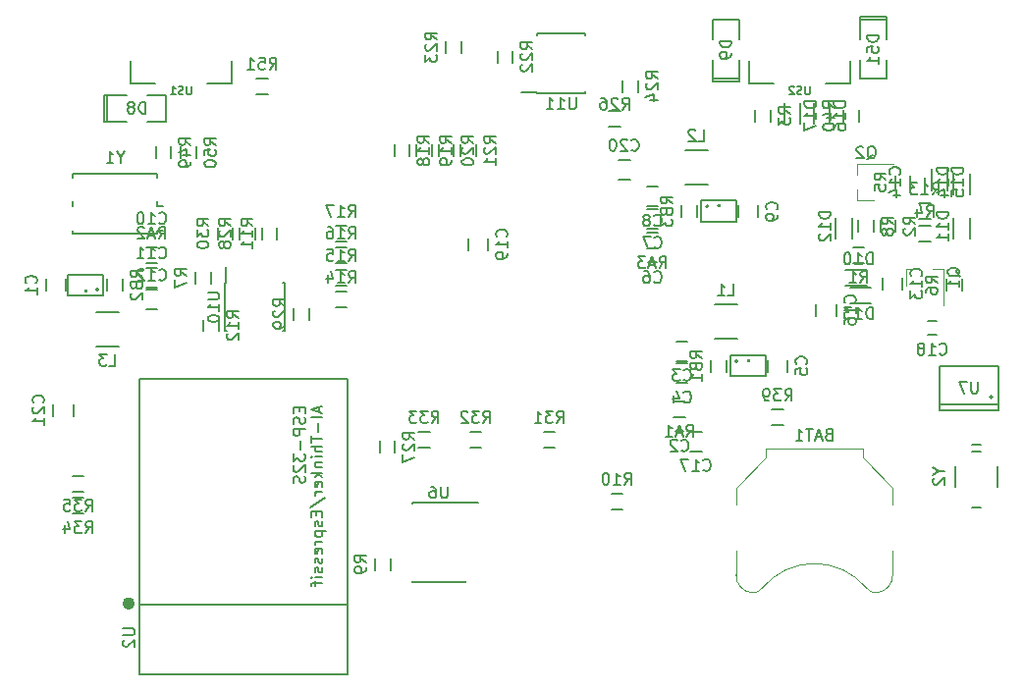
<source format=gbo>
G04 #@! TF.FileFunction,Legend,Bot*
%FSLAX46Y46*%
G04 Gerber Fmt 4.6, Leading zero omitted, Abs format (unit mm)*
G04 Created by KiCad (PCBNEW 4.0.5+dfsg1-4) date Thu Jul  6 11:20:48 2017*
%MOMM*%
%LPD*%
G01*
G04 APERTURE LIST*
%ADD10C,0.100000*%
%ADD11C,0.120000*%
%ADD12C,0.150000*%
%ADD13C,0.500000*%
%ADD14C,0.037500*%
G04 APERTURE END LIST*
D10*
D11*
X161075385Y-111454160D02*
G75*
G03X161990000Y-111070000I124615J984160D01*
G01*
X171904615Y-111454160D02*
G75*
G02X170990000Y-111070000I-124615J984160D01*
G01*
X161999339Y-111058671D02*
G75*
G02X170990000Y-111070000I4490661J-3711329D01*
G01*
X159740000Y-109920000D02*
G75*
G03X161190000Y-111470000I1500000J-50000D01*
G01*
X173240000Y-109920000D02*
G75*
G02X171790000Y-111470000I-1500000J-50000D01*
G01*
X159740000Y-107870000D02*
X159740000Y-109970000D01*
X173240000Y-107870000D02*
X173240000Y-109970000D01*
X173240000Y-103870000D02*
X173240000Y-102420000D01*
X173240000Y-102420000D02*
X170640000Y-99820000D01*
X170640000Y-99820000D02*
X170640000Y-99020000D01*
X170640000Y-99020000D02*
X162340000Y-99020000D01*
X162340000Y-99020000D02*
X162340000Y-99820000D01*
X162340000Y-99820000D02*
X159740000Y-102420000D01*
X159740000Y-102420000D02*
X159740000Y-103870000D01*
D12*
X170427000Y-62055000D02*
X170427000Y-61801000D01*
X170427000Y-61801000D02*
X172713000Y-61801000D01*
X172713000Y-61801000D02*
X172713000Y-62055000D01*
X170427000Y-62055000D02*
X172713000Y-62055000D01*
X172713000Y-62055000D02*
X172713000Y-63706000D01*
X170427000Y-65484000D02*
X170427000Y-67135000D01*
X170427000Y-67135000D02*
X172713000Y-67135000D01*
X172713000Y-67135000D02*
X172713000Y-65484000D01*
X170427000Y-63706000D02*
X170427000Y-62055000D01*
X157870000Y-89565000D02*
X159870000Y-89565000D01*
X159870000Y-86615000D02*
X157870000Y-86615000D01*
X159886803Y-91500000D02*
G75*
G03X159886803Y-91500000I-111803J0D01*
G01*
X159275000Y-92800000D02*
X162275000Y-92800000D01*
X162275000Y-92800000D02*
X162275000Y-91000000D01*
X162275000Y-91000000D02*
X159275000Y-91000000D01*
X159275000Y-91000000D02*
X159275000Y-92800000D01*
X155330000Y-76230000D02*
X157330000Y-76230000D01*
X157330000Y-73280000D02*
X155330000Y-73280000D01*
X157346803Y-78135000D02*
G75*
G03X157346803Y-78135000I-111803J0D01*
G01*
X156735000Y-79435000D02*
X159735000Y-79435000D01*
X159735000Y-79435000D02*
X159735000Y-77635000D01*
X159735000Y-77635000D02*
X156735000Y-77635000D01*
X156735000Y-77635000D02*
X156735000Y-79435000D01*
X106530000Y-87250000D02*
X104530000Y-87250000D01*
X104530000Y-90200000D02*
X106530000Y-90200000D01*
X104736803Y-85315000D02*
G75*
G03X104736803Y-85315000I-111803J0D01*
G01*
X105125000Y-84015000D02*
X102125000Y-84015000D01*
X102125000Y-84015000D02*
X102125000Y-85815000D01*
X102125000Y-85815000D02*
X105125000Y-85815000D01*
X105125000Y-85815000D02*
X105125000Y-84015000D01*
X100235000Y-85415000D02*
X100235000Y-84415000D01*
X101935000Y-84415000D02*
X101935000Y-85415000D01*
X155560000Y-91480000D02*
X154560000Y-91480000D01*
X154560000Y-89780000D02*
X155560000Y-89780000D01*
X155560000Y-93385000D02*
X154560000Y-93385000D01*
X154560000Y-91685000D02*
X155560000Y-91685000D01*
X164165000Y-91400000D02*
X164165000Y-92400000D01*
X162465000Y-92400000D02*
X162465000Y-91400000D01*
X153020000Y-80050000D02*
X152020000Y-80050000D01*
X152020000Y-78350000D02*
X153020000Y-78350000D01*
X153020000Y-78145000D02*
X152020000Y-78145000D01*
X152020000Y-76445000D02*
X153020000Y-76445000D01*
X161625000Y-78065000D02*
X161625000Y-79065000D01*
X159925000Y-79065000D02*
X159925000Y-78065000D01*
X108840000Y-83430000D02*
X109840000Y-83430000D01*
X109840000Y-85130000D02*
X108840000Y-85130000D01*
X108840000Y-85335000D02*
X109840000Y-85335000D01*
X109840000Y-87035000D02*
X108840000Y-87035000D01*
X105530000Y-70818000D02*
X105276000Y-70818000D01*
X105276000Y-70818000D02*
X105276000Y-68532000D01*
X105276000Y-68532000D02*
X105530000Y-68532000D01*
X105530000Y-70818000D02*
X105530000Y-68532000D01*
X105530000Y-68532000D02*
X107181000Y-68532000D01*
X108959000Y-70818000D02*
X110610000Y-70818000D01*
X110610000Y-70818000D02*
X110610000Y-68532000D01*
X110610000Y-68532000D02*
X108959000Y-68532000D01*
X107181000Y-70818000D02*
X105530000Y-70818000D01*
X160013000Y-67135000D02*
X160013000Y-67389000D01*
X160013000Y-67389000D02*
X157727000Y-67389000D01*
X157727000Y-67389000D02*
X157727000Y-67135000D01*
X160013000Y-67135000D02*
X157727000Y-67135000D01*
X157727000Y-67135000D02*
X157727000Y-65484000D01*
X160013000Y-63706000D02*
X160013000Y-62055000D01*
X160013000Y-62055000D02*
X157727000Y-62055000D01*
X157727000Y-62055000D02*
X157727000Y-63706000D01*
X160013000Y-65484000D02*
X160013000Y-67135000D01*
X181857000Y-94567000D02*
G75*
G03X181857000Y-94567000I-127000J0D01*
G01*
X182365000Y-95202000D02*
X177285000Y-95202000D01*
X182365000Y-91900000D02*
X177285000Y-91900000D01*
X182365000Y-95710000D02*
X177285000Y-95710000D01*
X182365000Y-95710000D02*
X182365000Y-91900000D01*
X177285000Y-95710000D02*
X177285000Y-91900000D01*
X174071000Y-84288000D02*
X174071000Y-85288000D01*
X172371000Y-85288000D02*
X172371000Y-84288000D01*
X169200000Y-83580000D02*
X171000000Y-83580000D01*
X169200000Y-84980000D02*
X171000000Y-84980000D01*
X178490000Y-80935000D02*
X178490000Y-79135000D01*
X179890000Y-80935000D02*
X179890000Y-79135000D01*
X177985000Y-74925000D02*
X177985000Y-76725000D01*
X176585000Y-74925000D02*
X176585000Y-76725000D01*
X168330000Y-80935000D02*
X168330000Y-79135000D01*
X169730000Y-80935000D02*
X169730000Y-79135000D01*
D11*
X174435000Y-83520000D02*
X175365000Y-83520000D01*
X177595000Y-83520000D02*
X176665000Y-83520000D01*
X177595000Y-83520000D02*
X177595000Y-86680000D01*
X174435000Y-83520000D02*
X174435000Y-84980000D01*
X170175000Y-77605000D02*
X170175000Y-76675000D01*
X170175000Y-74445000D02*
X170175000Y-75375000D01*
X170175000Y-74445000D02*
X173335000Y-74445000D01*
X170175000Y-77605000D02*
X171635000Y-77605000D01*
D12*
X154510000Y-97510000D02*
X155210000Y-97510000D01*
X155210000Y-96310000D02*
X154510000Y-96310000D01*
X152170000Y-82975000D02*
X152870000Y-82975000D01*
X152870000Y-81775000D02*
X152170000Y-81775000D01*
X109690000Y-80505000D02*
X108990000Y-80505000D01*
X108990000Y-81705000D02*
X109690000Y-81705000D01*
X174780000Y-75675000D02*
X174780000Y-76375000D01*
X175980000Y-76375000D02*
X175980000Y-75675000D01*
X170800000Y-81700000D02*
X169800000Y-81700000D01*
X169800000Y-83050000D02*
X170800000Y-83050000D01*
X172165000Y-79335000D02*
X172165000Y-80335000D01*
X173515000Y-80335000D02*
X173515000Y-79335000D01*
X175515000Y-81145000D02*
X176515000Y-81145000D01*
X176515000Y-79795000D02*
X175515000Y-79795000D01*
X174785000Y-76525000D02*
X174785000Y-75525000D01*
X173435000Y-75525000D02*
X173435000Y-76525000D01*
X179230000Y-85415000D02*
X179230000Y-84415000D01*
X177880000Y-84415000D02*
X177880000Y-85415000D01*
X114460000Y-84780000D02*
X114460000Y-83780000D01*
X113110000Y-83780000D02*
X113110000Y-84780000D01*
X170260000Y-79335000D02*
X170260000Y-80335000D01*
X171610000Y-80335000D02*
X171610000Y-79335000D01*
X129955000Y-109500000D02*
X129955000Y-108500000D01*
X128605000Y-108500000D02*
X128605000Y-109500000D01*
X148972000Y-104259000D02*
X149972000Y-104259000D01*
X149972000Y-102909000D02*
X148972000Y-102909000D01*
X175515000Y-79240000D02*
X176515000Y-79240000D01*
X176515000Y-77890000D02*
X175515000Y-77890000D01*
X155360000Y-94965000D02*
X154360000Y-94965000D01*
X154360000Y-96315000D02*
X155360000Y-96315000D01*
X108840000Y-83050000D02*
X109840000Y-83050000D01*
X109840000Y-81700000D02*
X108840000Y-81700000D01*
X153020000Y-80430000D02*
X152020000Y-80430000D01*
X152020000Y-81780000D02*
X153020000Y-81780000D01*
X158910000Y-92400000D02*
X158910000Y-91400000D01*
X157560000Y-91400000D02*
X157560000Y-92400000D01*
X105490000Y-84415000D02*
X105490000Y-85415000D01*
X106840000Y-85415000D02*
X106840000Y-84415000D01*
X156370000Y-79065000D02*
X156370000Y-78065000D01*
X155020000Y-78065000D02*
X155020000Y-79065000D01*
X125182000Y-86860000D02*
X126182000Y-86860000D01*
X126182000Y-85510000D02*
X125182000Y-85510000D01*
X125182000Y-84954000D02*
X126182000Y-84954000D01*
X126182000Y-83604000D02*
X125182000Y-83604000D01*
X125182000Y-83050000D02*
X126182000Y-83050000D01*
X126182000Y-81700000D02*
X125182000Y-81700000D01*
X125182000Y-81145000D02*
X126182000Y-81145000D01*
X126182000Y-79795000D02*
X125182000Y-79795000D01*
X130255000Y-72817000D02*
X130255000Y-73817000D01*
X131605000Y-73817000D02*
X131605000Y-72817000D01*
X132160000Y-72817000D02*
X132160000Y-73817000D01*
X133510000Y-73817000D02*
X133510000Y-72817000D01*
X134065000Y-72817000D02*
X134065000Y-73817000D01*
X135415000Y-73817000D02*
X135415000Y-72817000D01*
X135970000Y-72817000D02*
X135970000Y-73817000D01*
X137320000Y-73817000D02*
X137320000Y-72817000D01*
X115655000Y-84745000D02*
X115705000Y-84745000D01*
X115655000Y-88895000D02*
X115800000Y-88895000D01*
X120805000Y-88895000D02*
X120660000Y-88895000D01*
X120805000Y-84745000D02*
X120660000Y-84745000D01*
X115655000Y-84745000D02*
X115655000Y-88895000D01*
X120805000Y-84745000D02*
X120805000Y-88895000D01*
X115705000Y-84745000D02*
X115705000Y-83345000D01*
X176300000Y-89198000D02*
X177000000Y-89198000D01*
X177000000Y-87998000D02*
X176300000Y-87998000D01*
X142605000Y-68375000D02*
X142605000Y-68325000D01*
X146755000Y-68375000D02*
X146755000Y-68230000D01*
X146755000Y-63225000D02*
X146755000Y-63370000D01*
X142605000Y-63225000D02*
X142605000Y-63370000D01*
X142605000Y-68375000D02*
X146755000Y-68375000D01*
X142605000Y-63225000D02*
X146755000Y-63225000D01*
X142605000Y-68325000D02*
X141205000Y-68325000D01*
X171400000Y-86504000D02*
X169600000Y-86504000D01*
X171400000Y-85104000D02*
X169600000Y-85104000D01*
X178490000Y-77125000D02*
X178490000Y-75325000D01*
X179890000Y-77125000D02*
X179890000Y-75325000D01*
D13*
X107638415Y-112384338D02*
G75*
G03X107638415Y-112384338I-283981J0D01*
G01*
D12*
X126260434Y-112530338D02*
X108260434Y-112530338D01*
X108260434Y-118530338D02*
X108260434Y-93030338D01*
X126260434Y-118530338D02*
X126260434Y-93030338D01*
X126260434Y-93030338D02*
X108260434Y-93030338D01*
X126260434Y-118530338D02*
X108260434Y-118530338D01*
X167825000Y-69210000D02*
X167825000Y-71010000D01*
X166425000Y-69210000D02*
X166425000Y-71010000D01*
X165285000Y-69210000D02*
X165285000Y-71010000D01*
X163885000Y-69210000D02*
X163885000Y-71010000D01*
X161370000Y-69810000D02*
X161370000Y-70810000D01*
X162720000Y-70810000D02*
X162720000Y-69810000D01*
X139145000Y-64730000D02*
X139145000Y-65730000D01*
X140495000Y-65730000D02*
X140495000Y-64730000D01*
X136050000Y-64900000D02*
X136050000Y-63900000D01*
X134700000Y-63900000D02*
X134700000Y-64900000D01*
X149940000Y-67270000D02*
X149940000Y-68270000D01*
X151290000Y-68270000D02*
X151290000Y-67270000D01*
X148780000Y-71275000D02*
X149780000Y-71275000D01*
X149780000Y-69925000D02*
X148780000Y-69925000D01*
X131780000Y-103690000D02*
X131780000Y-103790000D01*
X131780000Y-110515000D02*
X131780000Y-110490000D01*
X136430000Y-110515000D02*
X136430000Y-110490000D01*
X137505000Y-103690000D02*
X131780000Y-103690000D01*
X136430000Y-110515000D02*
X131780000Y-110515000D01*
X120175000Y-80970000D02*
X120175000Y-79970000D01*
X118825000Y-79970000D02*
X118825000Y-80970000D01*
X113805000Y-87900000D02*
X113805000Y-88900000D01*
X115155000Y-88900000D02*
X115155000Y-87900000D01*
X128985000Y-98385000D02*
X128985000Y-99385000D01*
X130335000Y-99385000D02*
X130335000Y-98385000D01*
X118270000Y-80970000D02*
X118270000Y-79970000D01*
X116920000Y-79970000D02*
X116920000Y-80970000D01*
X122955000Y-87900000D02*
X122955000Y-86900000D01*
X121605000Y-86900000D02*
X121605000Y-87900000D01*
X116365000Y-80970000D02*
X116365000Y-79970000D01*
X115015000Y-79970000D02*
X115015000Y-80970000D01*
X143130000Y-98925000D02*
X144130000Y-98925000D01*
X144130000Y-97575000D02*
X143130000Y-97575000D01*
X136780000Y-98925000D02*
X137780000Y-98925000D01*
X137780000Y-97575000D02*
X136780000Y-97575000D01*
X132335000Y-98925000D02*
X133335000Y-98925000D01*
X133335000Y-97575000D02*
X132335000Y-97575000D01*
X103490000Y-103290000D02*
X102490000Y-103290000D01*
X102490000Y-104640000D02*
X103490000Y-104640000D01*
X180079000Y-99266000D02*
X180841000Y-99266000D01*
X182260000Y-100525000D02*
X182260000Y-102325000D01*
X180860000Y-104125000D02*
X180060000Y-104125000D01*
X178660000Y-102325000D02*
X178660000Y-100525000D01*
X180060000Y-98725000D02*
X180860000Y-98725000D01*
X109765000Y-80230000D02*
X110315000Y-80230000D01*
X102565000Y-80530000D02*
X102565000Y-80230000D01*
X102565000Y-75330000D02*
X102565000Y-75630000D01*
X109765000Y-75330000D02*
X109765000Y-75630000D01*
X109765000Y-80530000D02*
X109765000Y-80230000D01*
X109765000Y-80530000D02*
X102565000Y-80530000D01*
X109765000Y-78130000D02*
X110315000Y-78130000D01*
X109765000Y-75330000D02*
X102565000Y-75330000D01*
X102565000Y-78130000D02*
X102565000Y-77730000D01*
X109765000Y-78130000D02*
X109765000Y-77730000D01*
X103490000Y-101385000D02*
X102490000Y-101385000D01*
X102490000Y-102735000D02*
X103490000Y-102735000D01*
X107480000Y-65560000D02*
X107480000Y-67560000D01*
X107480000Y-67560000D02*
X109630000Y-67560000D01*
X114130000Y-67560000D02*
X116280000Y-67560000D01*
X116280000Y-67560000D02*
X116280000Y-65610000D01*
X160820000Y-65560000D02*
X160820000Y-67560000D01*
X160820000Y-67560000D02*
X162970000Y-67560000D01*
X167470000Y-67560000D02*
X169620000Y-67560000D01*
X169620000Y-67560000D02*
X169620000Y-65610000D01*
X168356000Y-86574000D02*
X168356000Y-87574000D01*
X166656000Y-87574000D02*
X166656000Y-86574000D01*
X162815000Y-97020000D02*
X163815000Y-97020000D01*
X163815000Y-95670000D02*
X162815000Y-95670000D01*
X170340000Y-70810000D02*
X170340000Y-69810000D01*
X168990000Y-69810000D02*
X168990000Y-70810000D01*
X156780000Y-99250000D02*
X155780000Y-99250000D01*
X155780000Y-97550000D02*
X156780000Y-97550000D01*
X138330000Y-80900000D02*
X138330000Y-81900000D01*
X136630000Y-81900000D02*
X136630000Y-80900000D01*
X149580000Y-74150000D02*
X150580000Y-74150000D01*
X150580000Y-75850000D02*
X149580000Y-75850000D01*
X100870000Y-96210000D02*
X100870000Y-95210000D01*
X102570000Y-95210000D02*
X102570000Y-96210000D01*
X109681000Y-72985000D02*
X109681000Y-73985000D01*
X111031000Y-73985000D02*
X111031000Y-72985000D01*
X111840000Y-72985000D02*
X111840000Y-73985000D01*
X113190000Y-73985000D02*
X113190000Y-72985000D01*
X118365000Y-68445000D02*
X119365000Y-68445000D01*
X119365000Y-67095000D02*
X118365000Y-67095000D01*
X167704285Y-97798571D02*
X167561428Y-97846190D01*
X167513809Y-97893810D01*
X167466190Y-97989048D01*
X167466190Y-98131905D01*
X167513809Y-98227143D01*
X167561428Y-98274762D01*
X167656666Y-98322381D01*
X168037619Y-98322381D01*
X168037619Y-97322381D01*
X167704285Y-97322381D01*
X167609047Y-97370000D01*
X167561428Y-97417619D01*
X167513809Y-97512857D01*
X167513809Y-97608095D01*
X167561428Y-97703333D01*
X167609047Y-97750952D01*
X167704285Y-97798571D01*
X168037619Y-97798571D01*
X167085238Y-98036667D02*
X166609047Y-98036667D01*
X167180476Y-98322381D02*
X166847143Y-97322381D01*
X166513809Y-98322381D01*
X166323333Y-97322381D02*
X165751904Y-97322381D01*
X166037619Y-98322381D02*
X166037619Y-97322381D01*
X164894761Y-98322381D02*
X165466190Y-98322381D01*
X165180476Y-98322381D02*
X165180476Y-97322381D01*
X165275714Y-97465238D01*
X165370952Y-97560476D01*
X165466190Y-97608095D01*
X172022381Y-63380714D02*
X171022381Y-63380714D01*
X171022381Y-63618809D01*
X171070000Y-63761667D01*
X171165238Y-63856905D01*
X171260476Y-63904524D01*
X171450952Y-63952143D01*
X171593810Y-63952143D01*
X171784286Y-63904524D01*
X171879524Y-63856905D01*
X171974762Y-63761667D01*
X172022381Y-63618809D01*
X172022381Y-63380714D01*
X171022381Y-64856905D02*
X171022381Y-64380714D01*
X171498571Y-64333095D01*
X171450952Y-64380714D01*
X171403333Y-64475952D01*
X171403333Y-64714048D01*
X171450952Y-64809286D01*
X171498571Y-64856905D01*
X171593810Y-64904524D01*
X171831905Y-64904524D01*
X171927143Y-64856905D01*
X171974762Y-64809286D01*
X172022381Y-64714048D01*
X172022381Y-64475952D01*
X171974762Y-64380714D01*
X171927143Y-64333095D01*
X172022381Y-65856905D02*
X172022381Y-65285476D01*
X172022381Y-65571190D02*
X171022381Y-65571190D01*
X171165238Y-65475952D01*
X171260476Y-65380714D01*
X171308095Y-65285476D01*
X159036666Y-85842381D02*
X159512857Y-85842381D01*
X159512857Y-84842381D01*
X158179523Y-85842381D02*
X158750952Y-85842381D01*
X158465238Y-85842381D02*
X158465238Y-84842381D01*
X158560476Y-84985238D01*
X158655714Y-85080476D01*
X158750952Y-85128095D01*
D14*
X160889286Y-91317857D02*
X160889286Y-91439286D01*
X160882143Y-91453571D01*
X160875000Y-91460714D01*
X160860714Y-91467857D01*
X160832143Y-91467857D01*
X160817857Y-91460714D01*
X160810714Y-91453571D01*
X160803571Y-91439286D01*
X160803571Y-91317857D01*
X160746428Y-91317857D02*
X160653571Y-91317857D01*
X160703571Y-91375000D01*
X160682143Y-91375000D01*
X160667857Y-91382143D01*
X160660714Y-91389286D01*
X160653571Y-91403571D01*
X160653571Y-91439286D01*
X160660714Y-91453571D01*
X160667857Y-91460714D01*
X160682143Y-91467857D01*
X160725000Y-91467857D01*
X160739286Y-91460714D01*
X160746428Y-91453571D01*
D12*
X156496666Y-72507381D02*
X156972857Y-72507381D01*
X156972857Y-71507381D01*
X156210952Y-71602619D02*
X156163333Y-71555000D01*
X156068095Y-71507381D01*
X155829999Y-71507381D01*
X155734761Y-71555000D01*
X155687142Y-71602619D01*
X155639523Y-71697857D01*
X155639523Y-71793095D01*
X155687142Y-71935952D01*
X156258571Y-72507381D01*
X155639523Y-72507381D01*
D14*
X158349286Y-77952857D02*
X158349286Y-78074286D01*
X158342143Y-78088571D01*
X158335000Y-78095714D01*
X158320714Y-78102857D01*
X158292143Y-78102857D01*
X158277857Y-78095714D01*
X158270714Y-78088571D01*
X158263571Y-78074286D01*
X158263571Y-77952857D01*
X158127857Y-78002857D02*
X158127857Y-78102857D01*
X158163571Y-77945714D02*
X158199286Y-78052857D01*
X158106428Y-78052857D01*
D12*
X105696666Y-91877381D02*
X106172857Y-91877381D01*
X106172857Y-90877381D01*
X105458571Y-90877381D02*
X104839523Y-90877381D01*
X105172857Y-91258333D01*
X105029999Y-91258333D01*
X104934761Y-91305952D01*
X104887142Y-91353571D01*
X104839523Y-91448810D01*
X104839523Y-91686905D01*
X104887142Y-91782143D01*
X104934761Y-91829762D01*
X105029999Y-91877381D01*
X105315714Y-91877381D01*
X105410952Y-91829762D01*
X105458571Y-91782143D01*
D14*
X103739286Y-85332857D02*
X103739286Y-85454286D01*
X103732143Y-85468571D01*
X103725000Y-85475714D01*
X103710714Y-85482857D01*
X103682143Y-85482857D01*
X103667857Y-85475714D01*
X103660714Y-85468571D01*
X103653571Y-85454286D01*
X103653571Y-85332857D01*
X103510714Y-85332857D02*
X103582143Y-85332857D01*
X103589286Y-85404286D01*
X103582143Y-85397143D01*
X103567857Y-85390000D01*
X103532143Y-85390000D01*
X103517857Y-85397143D01*
X103510714Y-85404286D01*
X103503571Y-85418571D01*
X103503571Y-85454286D01*
X103510714Y-85468571D01*
X103517857Y-85475714D01*
X103532143Y-85482857D01*
X103567857Y-85482857D01*
X103582143Y-85475714D01*
X103589286Y-85468571D01*
D12*
X99342143Y-84748334D02*
X99389762Y-84700715D01*
X99437381Y-84557858D01*
X99437381Y-84462620D01*
X99389762Y-84319762D01*
X99294524Y-84224524D01*
X99199286Y-84176905D01*
X99008810Y-84129286D01*
X98865952Y-84129286D01*
X98675476Y-84176905D01*
X98580238Y-84224524D01*
X98485000Y-84319762D01*
X98437381Y-84462620D01*
X98437381Y-84557858D01*
X98485000Y-84700715D01*
X98532619Y-84748334D01*
X99437381Y-85700715D02*
X99437381Y-85129286D01*
X99437381Y-85415000D02*
X98437381Y-85415000D01*
X98580238Y-85319762D01*
X98675476Y-85224524D01*
X98723095Y-85129286D01*
X155226666Y-93087143D02*
X155274285Y-93134762D01*
X155417142Y-93182381D01*
X155512380Y-93182381D01*
X155655238Y-93134762D01*
X155750476Y-93039524D01*
X155798095Y-92944286D01*
X155845714Y-92753810D01*
X155845714Y-92610952D01*
X155798095Y-92420476D01*
X155750476Y-92325238D01*
X155655238Y-92230000D01*
X155512380Y-92182381D01*
X155417142Y-92182381D01*
X155274285Y-92230000D01*
X155226666Y-92277619D01*
X154893333Y-92182381D02*
X154274285Y-92182381D01*
X154607619Y-92563333D01*
X154464761Y-92563333D01*
X154369523Y-92610952D01*
X154321904Y-92658571D01*
X154274285Y-92753810D01*
X154274285Y-92991905D01*
X154321904Y-93087143D01*
X154369523Y-93134762D01*
X154464761Y-93182381D01*
X154750476Y-93182381D01*
X154845714Y-93134762D01*
X154893333Y-93087143D01*
X155226666Y-94992143D02*
X155274285Y-95039762D01*
X155417142Y-95087381D01*
X155512380Y-95087381D01*
X155655238Y-95039762D01*
X155750476Y-94944524D01*
X155798095Y-94849286D01*
X155845714Y-94658810D01*
X155845714Y-94515952D01*
X155798095Y-94325476D01*
X155750476Y-94230238D01*
X155655238Y-94135000D01*
X155512380Y-94087381D01*
X155417142Y-94087381D01*
X155274285Y-94135000D01*
X155226666Y-94182619D01*
X154369523Y-94420714D02*
X154369523Y-95087381D01*
X154607619Y-94039762D02*
X154845714Y-94754048D01*
X154226666Y-94754048D01*
X165772143Y-91733334D02*
X165819762Y-91685715D01*
X165867381Y-91542858D01*
X165867381Y-91447620D01*
X165819762Y-91304762D01*
X165724524Y-91209524D01*
X165629286Y-91161905D01*
X165438810Y-91114286D01*
X165295952Y-91114286D01*
X165105476Y-91161905D01*
X165010238Y-91209524D01*
X164915000Y-91304762D01*
X164867381Y-91447620D01*
X164867381Y-91542858D01*
X164915000Y-91685715D01*
X164962619Y-91733334D01*
X164867381Y-92638096D02*
X164867381Y-92161905D01*
X165343571Y-92114286D01*
X165295952Y-92161905D01*
X165248333Y-92257143D01*
X165248333Y-92495239D01*
X165295952Y-92590477D01*
X165343571Y-92638096D01*
X165438810Y-92685715D01*
X165676905Y-92685715D01*
X165772143Y-92638096D01*
X165819762Y-92590477D01*
X165867381Y-92495239D01*
X165867381Y-92257143D01*
X165819762Y-92161905D01*
X165772143Y-92114286D01*
X152686666Y-81657143D02*
X152734285Y-81704762D01*
X152877142Y-81752381D01*
X152972380Y-81752381D01*
X153115238Y-81704762D01*
X153210476Y-81609524D01*
X153258095Y-81514286D01*
X153305714Y-81323810D01*
X153305714Y-81180952D01*
X153258095Y-80990476D01*
X153210476Y-80895238D01*
X153115238Y-80800000D01*
X152972380Y-80752381D01*
X152877142Y-80752381D01*
X152734285Y-80800000D01*
X152686666Y-80847619D01*
X152353333Y-80752381D02*
X151686666Y-80752381D01*
X152115238Y-81752381D01*
X152686666Y-79752143D02*
X152734285Y-79799762D01*
X152877142Y-79847381D01*
X152972380Y-79847381D01*
X153115238Y-79799762D01*
X153210476Y-79704524D01*
X153258095Y-79609286D01*
X153305714Y-79418810D01*
X153305714Y-79275952D01*
X153258095Y-79085476D01*
X153210476Y-78990238D01*
X153115238Y-78895000D01*
X152972380Y-78847381D01*
X152877142Y-78847381D01*
X152734285Y-78895000D01*
X152686666Y-78942619D01*
X152115238Y-79275952D02*
X152210476Y-79228333D01*
X152258095Y-79180714D01*
X152305714Y-79085476D01*
X152305714Y-79037857D01*
X152258095Y-78942619D01*
X152210476Y-78895000D01*
X152115238Y-78847381D01*
X151924761Y-78847381D01*
X151829523Y-78895000D01*
X151781904Y-78942619D01*
X151734285Y-79037857D01*
X151734285Y-79085476D01*
X151781904Y-79180714D01*
X151829523Y-79228333D01*
X151924761Y-79275952D01*
X152115238Y-79275952D01*
X152210476Y-79323571D01*
X152258095Y-79371190D01*
X152305714Y-79466429D01*
X152305714Y-79656905D01*
X152258095Y-79752143D01*
X152210476Y-79799762D01*
X152115238Y-79847381D01*
X151924761Y-79847381D01*
X151829523Y-79799762D01*
X151781904Y-79752143D01*
X151734285Y-79656905D01*
X151734285Y-79466429D01*
X151781904Y-79371190D01*
X151829523Y-79323571D01*
X151924761Y-79275952D01*
X163232143Y-78398334D02*
X163279762Y-78350715D01*
X163327381Y-78207858D01*
X163327381Y-78112620D01*
X163279762Y-77969762D01*
X163184524Y-77874524D01*
X163089286Y-77826905D01*
X162898810Y-77779286D01*
X162755952Y-77779286D01*
X162565476Y-77826905D01*
X162470238Y-77874524D01*
X162375000Y-77969762D01*
X162327381Y-78112620D01*
X162327381Y-78207858D01*
X162375000Y-78350715D01*
X162422619Y-78398334D01*
X163327381Y-78874524D02*
X163327381Y-79065000D01*
X163279762Y-79160239D01*
X163232143Y-79207858D01*
X163089286Y-79303096D01*
X162898810Y-79350715D01*
X162517857Y-79350715D01*
X162422619Y-79303096D01*
X162375000Y-79255477D01*
X162327381Y-79160239D01*
X162327381Y-78969762D01*
X162375000Y-78874524D01*
X162422619Y-78826905D01*
X162517857Y-78779286D01*
X162755952Y-78779286D01*
X162851190Y-78826905D01*
X162898810Y-78874524D01*
X162946429Y-78969762D01*
X162946429Y-79160239D01*
X162898810Y-79255477D01*
X162851190Y-79303096D01*
X162755952Y-79350715D01*
X109982857Y-82537143D02*
X110030476Y-82584762D01*
X110173333Y-82632381D01*
X110268571Y-82632381D01*
X110411429Y-82584762D01*
X110506667Y-82489524D01*
X110554286Y-82394286D01*
X110601905Y-82203810D01*
X110601905Y-82060952D01*
X110554286Y-81870476D01*
X110506667Y-81775238D01*
X110411429Y-81680000D01*
X110268571Y-81632381D01*
X110173333Y-81632381D01*
X110030476Y-81680000D01*
X109982857Y-81727619D01*
X109030476Y-82632381D02*
X109601905Y-82632381D01*
X109316191Y-82632381D02*
X109316191Y-81632381D01*
X109411429Y-81775238D01*
X109506667Y-81870476D01*
X109601905Y-81918095D01*
X108078095Y-82632381D02*
X108649524Y-82632381D01*
X108363810Y-82632381D02*
X108363810Y-81632381D01*
X108459048Y-81775238D01*
X108554286Y-81870476D01*
X108649524Y-81918095D01*
X109982857Y-84442143D02*
X110030476Y-84489762D01*
X110173333Y-84537381D01*
X110268571Y-84537381D01*
X110411429Y-84489762D01*
X110506667Y-84394524D01*
X110554286Y-84299286D01*
X110601905Y-84108810D01*
X110601905Y-83965952D01*
X110554286Y-83775476D01*
X110506667Y-83680238D01*
X110411429Y-83585000D01*
X110268571Y-83537381D01*
X110173333Y-83537381D01*
X110030476Y-83585000D01*
X109982857Y-83632619D01*
X109030476Y-84537381D02*
X109601905Y-84537381D01*
X109316191Y-84537381D02*
X109316191Y-83537381D01*
X109411429Y-83680238D01*
X109506667Y-83775476D01*
X109601905Y-83823095D01*
X108649524Y-83632619D02*
X108601905Y-83585000D01*
X108506667Y-83537381D01*
X108268571Y-83537381D01*
X108173333Y-83585000D01*
X108125714Y-83632619D01*
X108078095Y-83727857D01*
X108078095Y-83823095D01*
X108125714Y-83965952D01*
X108697143Y-84537381D01*
X108078095Y-84537381D01*
X108808095Y-70127381D02*
X108808095Y-69127381D01*
X108570000Y-69127381D01*
X108427142Y-69175000D01*
X108331904Y-69270238D01*
X108284285Y-69365476D01*
X108236666Y-69555952D01*
X108236666Y-69698810D01*
X108284285Y-69889286D01*
X108331904Y-69984524D01*
X108427142Y-70079762D01*
X108570000Y-70127381D01*
X108808095Y-70127381D01*
X107665238Y-69555952D02*
X107760476Y-69508333D01*
X107808095Y-69460714D01*
X107855714Y-69365476D01*
X107855714Y-69317857D01*
X107808095Y-69222619D01*
X107760476Y-69175000D01*
X107665238Y-69127381D01*
X107474761Y-69127381D01*
X107379523Y-69175000D01*
X107331904Y-69222619D01*
X107284285Y-69317857D01*
X107284285Y-69365476D01*
X107331904Y-69460714D01*
X107379523Y-69508333D01*
X107474761Y-69555952D01*
X107665238Y-69555952D01*
X107760476Y-69603571D01*
X107808095Y-69651190D01*
X107855714Y-69746429D01*
X107855714Y-69936905D01*
X107808095Y-70032143D01*
X107760476Y-70079762D01*
X107665238Y-70127381D01*
X107474761Y-70127381D01*
X107379523Y-70079762D01*
X107331904Y-70032143D01*
X107284285Y-69936905D01*
X107284285Y-69746429D01*
X107331904Y-69651190D01*
X107379523Y-69603571D01*
X107474761Y-69555952D01*
X159322381Y-63856905D02*
X158322381Y-63856905D01*
X158322381Y-64095000D01*
X158370000Y-64237858D01*
X158465238Y-64333096D01*
X158560476Y-64380715D01*
X158750952Y-64428334D01*
X158893810Y-64428334D01*
X159084286Y-64380715D01*
X159179524Y-64333096D01*
X159274762Y-64237858D01*
X159322381Y-64095000D01*
X159322381Y-63856905D01*
X159322381Y-64904524D02*
X159322381Y-65095000D01*
X159274762Y-65190239D01*
X159227143Y-65237858D01*
X159084286Y-65333096D01*
X158893810Y-65380715D01*
X158512857Y-65380715D01*
X158417619Y-65333096D01*
X158370000Y-65285477D01*
X158322381Y-65190239D01*
X158322381Y-64999762D01*
X158370000Y-64904524D01*
X158417619Y-64856905D01*
X158512857Y-64809286D01*
X158750952Y-64809286D01*
X158846190Y-64856905D01*
X158893810Y-64904524D01*
X158941429Y-64999762D01*
X158941429Y-65190239D01*
X158893810Y-65285477D01*
X158846190Y-65333096D01*
X158750952Y-65380715D01*
X180586905Y-93257381D02*
X180586905Y-94066905D01*
X180539286Y-94162143D01*
X180491667Y-94209762D01*
X180396429Y-94257381D01*
X180205952Y-94257381D01*
X180110714Y-94209762D01*
X180063095Y-94162143D01*
X180015476Y-94066905D01*
X180015476Y-93257381D01*
X179634524Y-93257381D02*
X178967857Y-93257381D01*
X179396429Y-94257381D01*
X175678143Y-84145143D02*
X175725762Y-84097524D01*
X175773381Y-83954667D01*
X175773381Y-83859429D01*
X175725762Y-83716571D01*
X175630524Y-83621333D01*
X175535286Y-83573714D01*
X175344810Y-83526095D01*
X175201952Y-83526095D01*
X175011476Y-83573714D01*
X174916238Y-83621333D01*
X174821000Y-83716571D01*
X174773381Y-83859429D01*
X174773381Y-83954667D01*
X174821000Y-84097524D01*
X174868619Y-84145143D01*
X175773381Y-85097524D02*
X175773381Y-84526095D01*
X175773381Y-84811809D02*
X174773381Y-84811809D01*
X174916238Y-84716571D01*
X175011476Y-84621333D01*
X175059095Y-84526095D01*
X174773381Y-85430857D02*
X174773381Y-86049905D01*
X175154333Y-85716571D01*
X175154333Y-85859429D01*
X175201952Y-85954667D01*
X175249571Y-86002286D01*
X175344810Y-86049905D01*
X175582905Y-86049905D01*
X175678143Y-86002286D01*
X175725762Y-85954667D01*
X175773381Y-85859429D01*
X175773381Y-85573714D01*
X175725762Y-85478476D01*
X175678143Y-85430857D01*
X171514286Y-83132381D02*
X171514286Y-82132381D01*
X171276191Y-82132381D01*
X171133333Y-82180000D01*
X171038095Y-82275238D01*
X170990476Y-82370476D01*
X170942857Y-82560952D01*
X170942857Y-82703810D01*
X170990476Y-82894286D01*
X171038095Y-82989524D01*
X171133333Y-83084762D01*
X171276191Y-83132381D01*
X171514286Y-83132381D01*
X169990476Y-83132381D02*
X170561905Y-83132381D01*
X170276191Y-83132381D02*
X170276191Y-82132381D01*
X170371429Y-82275238D01*
X170466667Y-82370476D01*
X170561905Y-82418095D01*
X169371429Y-82132381D02*
X169276190Y-82132381D01*
X169180952Y-82180000D01*
X169133333Y-82227619D01*
X169085714Y-82322857D01*
X169038095Y-82513333D01*
X169038095Y-82751429D01*
X169085714Y-82941905D01*
X169133333Y-83037143D01*
X169180952Y-83084762D01*
X169276190Y-83132381D01*
X169371429Y-83132381D01*
X169466667Y-83084762D01*
X169514286Y-83037143D01*
X169561905Y-82941905D01*
X169609524Y-82751429D01*
X169609524Y-82513333D01*
X169561905Y-82322857D01*
X169514286Y-82227619D01*
X169466667Y-82180000D01*
X169371429Y-82132381D01*
X178042381Y-78620714D02*
X177042381Y-78620714D01*
X177042381Y-78858809D01*
X177090000Y-79001667D01*
X177185238Y-79096905D01*
X177280476Y-79144524D01*
X177470952Y-79192143D01*
X177613810Y-79192143D01*
X177804286Y-79144524D01*
X177899524Y-79096905D01*
X177994762Y-79001667D01*
X178042381Y-78858809D01*
X178042381Y-78620714D01*
X178042381Y-80144524D02*
X178042381Y-79573095D01*
X178042381Y-79858809D02*
X177042381Y-79858809D01*
X177185238Y-79763571D01*
X177280476Y-79668333D01*
X177328095Y-79573095D01*
X178042381Y-81096905D02*
X178042381Y-80525476D01*
X178042381Y-80811190D02*
X177042381Y-80811190D01*
X177185238Y-80715952D01*
X177280476Y-80620714D01*
X177328095Y-80525476D01*
X179337381Y-74810714D02*
X178337381Y-74810714D01*
X178337381Y-75048809D01*
X178385000Y-75191667D01*
X178480238Y-75286905D01*
X178575476Y-75334524D01*
X178765952Y-75382143D01*
X178908810Y-75382143D01*
X179099286Y-75334524D01*
X179194524Y-75286905D01*
X179289762Y-75191667D01*
X179337381Y-75048809D01*
X179337381Y-74810714D01*
X179337381Y-76334524D02*
X179337381Y-75763095D01*
X179337381Y-76048809D02*
X178337381Y-76048809D01*
X178480238Y-75953571D01*
X178575476Y-75858333D01*
X178623095Y-75763095D01*
X178337381Y-77239286D02*
X178337381Y-76763095D01*
X178813571Y-76715476D01*
X178765952Y-76763095D01*
X178718333Y-76858333D01*
X178718333Y-77096429D01*
X178765952Y-77191667D01*
X178813571Y-77239286D01*
X178908810Y-77286905D01*
X179146905Y-77286905D01*
X179242143Y-77239286D01*
X179289762Y-77191667D01*
X179337381Y-77096429D01*
X179337381Y-76858333D01*
X179289762Y-76763095D01*
X179242143Y-76715476D01*
X167882381Y-78620714D02*
X166882381Y-78620714D01*
X166882381Y-78858809D01*
X166930000Y-79001667D01*
X167025238Y-79096905D01*
X167120476Y-79144524D01*
X167310952Y-79192143D01*
X167453810Y-79192143D01*
X167644286Y-79144524D01*
X167739524Y-79096905D01*
X167834762Y-79001667D01*
X167882381Y-78858809D01*
X167882381Y-78620714D01*
X167882381Y-80144524D02*
X167882381Y-79573095D01*
X167882381Y-79858809D02*
X166882381Y-79858809D01*
X167025238Y-79763571D01*
X167120476Y-79668333D01*
X167168095Y-79573095D01*
X166977619Y-80525476D02*
X166930000Y-80573095D01*
X166882381Y-80668333D01*
X166882381Y-80906429D01*
X166930000Y-81001667D01*
X166977619Y-81049286D01*
X167072857Y-81096905D01*
X167168095Y-81096905D01*
X167310952Y-81049286D01*
X167882381Y-80477857D01*
X167882381Y-81096905D01*
X179062619Y-84184762D02*
X179015000Y-84089524D01*
X178919762Y-83994286D01*
X178776905Y-83851429D01*
X178729286Y-83756190D01*
X178729286Y-83660952D01*
X178967381Y-83708571D02*
X178919762Y-83613333D01*
X178824524Y-83518095D01*
X178634048Y-83470476D01*
X178300714Y-83470476D01*
X178110238Y-83518095D01*
X178015000Y-83613333D01*
X177967381Y-83708571D01*
X177967381Y-83899048D01*
X178015000Y-83994286D01*
X178110238Y-84089524D01*
X178300714Y-84137143D01*
X178634048Y-84137143D01*
X178824524Y-84089524D01*
X178919762Y-83994286D01*
X178967381Y-83899048D01*
X178967381Y-83708571D01*
X178967381Y-85089524D02*
X178967381Y-84518095D01*
X178967381Y-84803809D02*
X177967381Y-84803809D01*
X178110238Y-84708571D01*
X178205476Y-84613333D01*
X178253095Y-84518095D01*
X171030238Y-74072619D02*
X171125476Y-74025000D01*
X171220714Y-73929762D01*
X171363571Y-73786905D01*
X171458810Y-73739286D01*
X171554048Y-73739286D01*
X171506429Y-73977381D02*
X171601667Y-73929762D01*
X171696905Y-73834524D01*
X171744524Y-73644048D01*
X171744524Y-73310714D01*
X171696905Y-73120238D01*
X171601667Y-73025000D01*
X171506429Y-72977381D01*
X171315952Y-72977381D01*
X171220714Y-73025000D01*
X171125476Y-73120238D01*
X171077857Y-73310714D01*
X171077857Y-73644048D01*
X171125476Y-73834524D01*
X171220714Y-73929762D01*
X171315952Y-73977381D01*
X171506429Y-73977381D01*
X170696905Y-73072619D02*
X170649286Y-73025000D01*
X170554048Y-72977381D01*
X170315952Y-72977381D01*
X170220714Y-73025000D01*
X170173095Y-73072619D01*
X170125476Y-73167857D01*
X170125476Y-73263095D01*
X170173095Y-73405952D01*
X170744524Y-73977381D01*
X170125476Y-73977381D01*
X155026666Y-99167143D02*
X155074285Y-99214762D01*
X155217142Y-99262381D01*
X155312380Y-99262381D01*
X155455238Y-99214762D01*
X155550476Y-99119524D01*
X155598095Y-99024286D01*
X155645714Y-98833810D01*
X155645714Y-98690952D01*
X155598095Y-98500476D01*
X155550476Y-98405238D01*
X155455238Y-98310000D01*
X155312380Y-98262381D01*
X155217142Y-98262381D01*
X155074285Y-98310000D01*
X155026666Y-98357619D01*
X154645714Y-98357619D02*
X154598095Y-98310000D01*
X154502857Y-98262381D01*
X154264761Y-98262381D01*
X154169523Y-98310000D01*
X154121904Y-98357619D01*
X154074285Y-98452857D01*
X154074285Y-98548095D01*
X154121904Y-98690952D01*
X154693333Y-99262381D01*
X154074285Y-99262381D01*
X152686666Y-84632143D02*
X152734285Y-84679762D01*
X152877142Y-84727381D01*
X152972380Y-84727381D01*
X153115238Y-84679762D01*
X153210476Y-84584524D01*
X153258095Y-84489286D01*
X153305714Y-84298810D01*
X153305714Y-84155952D01*
X153258095Y-83965476D01*
X153210476Y-83870238D01*
X153115238Y-83775000D01*
X152972380Y-83727381D01*
X152877142Y-83727381D01*
X152734285Y-83775000D01*
X152686666Y-83822619D01*
X151829523Y-83727381D02*
X152020000Y-83727381D01*
X152115238Y-83775000D01*
X152162857Y-83822619D01*
X152258095Y-83965476D01*
X152305714Y-84155952D01*
X152305714Y-84536905D01*
X152258095Y-84632143D01*
X152210476Y-84679762D01*
X152115238Y-84727381D01*
X151924761Y-84727381D01*
X151829523Y-84679762D01*
X151781904Y-84632143D01*
X151734285Y-84536905D01*
X151734285Y-84298810D01*
X151781904Y-84203571D01*
X151829523Y-84155952D01*
X151924761Y-84108333D01*
X152115238Y-84108333D01*
X152210476Y-84155952D01*
X152258095Y-84203571D01*
X152305714Y-84298810D01*
X109982857Y-79562143D02*
X110030476Y-79609762D01*
X110173333Y-79657381D01*
X110268571Y-79657381D01*
X110411429Y-79609762D01*
X110506667Y-79514524D01*
X110554286Y-79419286D01*
X110601905Y-79228810D01*
X110601905Y-79085952D01*
X110554286Y-78895476D01*
X110506667Y-78800238D01*
X110411429Y-78705000D01*
X110268571Y-78657381D01*
X110173333Y-78657381D01*
X110030476Y-78705000D01*
X109982857Y-78752619D01*
X109030476Y-79657381D02*
X109601905Y-79657381D01*
X109316191Y-79657381D02*
X109316191Y-78657381D01*
X109411429Y-78800238D01*
X109506667Y-78895476D01*
X109601905Y-78943095D01*
X108411429Y-78657381D02*
X108316190Y-78657381D01*
X108220952Y-78705000D01*
X108173333Y-78752619D01*
X108125714Y-78847857D01*
X108078095Y-79038333D01*
X108078095Y-79276429D01*
X108125714Y-79466905D01*
X108173333Y-79562143D01*
X108220952Y-79609762D01*
X108316190Y-79657381D01*
X108411429Y-79657381D01*
X108506667Y-79609762D01*
X108554286Y-79562143D01*
X108601905Y-79466905D01*
X108649524Y-79276429D01*
X108649524Y-79038333D01*
X108601905Y-78847857D01*
X108554286Y-78752619D01*
X108506667Y-78705000D01*
X108411429Y-78657381D01*
X173837143Y-75382143D02*
X173884762Y-75334524D01*
X173932381Y-75191667D01*
X173932381Y-75096429D01*
X173884762Y-74953571D01*
X173789524Y-74858333D01*
X173694286Y-74810714D01*
X173503810Y-74763095D01*
X173360952Y-74763095D01*
X173170476Y-74810714D01*
X173075238Y-74858333D01*
X172980000Y-74953571D01*
X172932381Y-75096429D01*
X172932381Y-75191667D01*
X172980000Y-75334524D01*
X173027619Y-75382143D01*
X173932381Y-76334524D02*
X173932381Y-75763095D01*
X173932381Y-76048809D02*
X172932381Y-76048809D01*
X173075238Y-75953571D01*
X173170476Y-75858333D01*
X173218095Y-75763095D01*
X173265714Y-77191667D02*
X173932381Y-77191667D01*
X172884762Y-76953571D02*
X173599048Y-76715476D01*
X173599048Y-77334524D01*
X170466666Y-84727381D02*
X170800000Y-84251190D01*
X171038095Y-84727381D02*
X171038095Y-83727381D01*
X170657142Y-83727381D01*
X170561904Y-83775000D01*
X170514285Y-83822619D01*
X170466666Y-83917857D01*
X170466666Y-84060714D01*
X170514285Y-84155952D01*
X170561904Y-84203571D01*
X170657142Y-84251190D01*
X171038095Y-84251190D01*
X169514285Y-84727381D02*
X170085714Y-84727381D01*
X169800000Y-84727381D02*
X169800000Y-83727381D01*
X169895238Y-83870238D01*
X169990476Y-83965476D01*
X170085714Y-84013095D01*
X175192381Y-79668334D02*
X174716190Y-79335000D01*
X175192381Y-79096905D02*
X174192381Y-79096905D01*
X174192381Y-79477858D01*
X174240000Y-79573096D01*
X174287619Y-79620715D01*
X174382857Y-79668334D01*
X174525714Y-79668334D01*
X174620952Y-79620715D01*
X174668571Y-79573096D01*
X174716190Y-79477858D01*
X174716190Y-79096905D01*
X174287619Y-80049286D02*
X174240000Y-80096905D01*
X174192381Y-80192143D01*
X174192381Y-80430239D01*
X174240000Y-80525477D01*
X174287619Y-80573096D01*
X174382857Y-80620715D01*
X174478095Y-80620715D01*
X174620952Y-80573096D01*
X175192381Y-80001667D01*
X175192381Y-80620715D01*
X176181666Y-79022381D02*
X176515000Y-78546190D01*
X176753095Y-79022381D02*
X176753095Y-78022381D01*
X176372142Y-78022381D01*
X176276904Y-78070000D01*
X176229285Y-78117619D01*
X176181666Y-78212857D01*
X176181666Y-78355714D01*
X176229285Y-78450952D01*
X176276904Y-78498571D01*
X176372142Y-78546190D01*
X176753095Y-78546190D01*
X175324523Y-78355714D02*
X175324523Y-79022381D01*
X175562619Y-77974762D02*
X175800714Y-78689048D01*
X175181666Y-78689048D01*
X172662381Y-75858334D02*
X172186190Y-75525000D01*
X172662381Y-75286905D02*
X171662381Y-75286905D01*
X171662381Y-75667858D01*
X171710000Y-75763096D01*
X171757619Y-75810715D01*
X171852857Y-75858334D01*
X171995714Y-75858334D01*
X172090952Y-75810715D01*
X172138571Y-75763096D01*
X172186190Y-75667858D01*
X172186190Y-75286905D01*
X171662381Y-76763096D02*
X171662381Y-76286905D01*
X172138571Y-76239286D01*
X172090952Y-76286905D01*
X172043333Y-76382143D01*
X172043333Y-76620239D01*
X172090952Y-76715477D01*
X172138571Y-76763096D01*
X172233810Y-76810715D01*
X172471905Y-76810715D01*
X172567143Y-76763096D01*
X172614762Y-76715477D01*
X172662381Y-76620239D01*
X172662381Y-76382143D01*
X172614762Y-76286905D01*
X172567143Y-76239286D01*
X177107381Y-84748334D02*
X176631190Y-84415000D01*
X177107381Y-84176905D02*
X176107381Y-84176905D01*
X176107381Y-84557858D01*
X176155000Y-84653096D01*
X176202619Y-84700715D01*
X176297857Y-84748334D01*
X176440714Y-84748334D01*
X176535952Y-84700715D01*
X176583571Y-84653096D01*
X176631190Y-84557858D01*
X176631190Y-84176905D01*
X176107381Y-85605477D02*
X176107381Y-85415000D01*
X176155000Y-85319762D01*
X176202619Y-85272143D01*
X176345476Y-85176905D01*
X176535952Y-85129286D01*
X176916905Y-85129286D01*
X177012143Y-85176905D01*
X177059762Y-85224524D01*
X177107381Y-85319762D01*
X177107381Y-85510239D01*
X177059762Y-85605477D01*
X177012143Y-85653096D01*
X176916905Y-85700715D01*
X176678810Y-85700715D01*
X176583571Y-85653096D01*
X176535952Y-85605477D01*
X176488333Y-85510239D01*
X176488333Y-85319762D01*
X176535952Y-85224524D01*
X176583571Y-85176905D01*
X176678810Y-85129286D01*
X112337381Y-84113334D02*
X111861190Y-83780000D01*
X112337381Y-83541905D02*
X111337381Y-83541905D01*
X111337381Y-83922858D01*
X111385000Y-84018096D01*
X111432619Y-84065715D01*
X111527857Y-84113334D01*
X111670714Y-84113334D01*
X111765952Y-84065715D01*
X111813571Y-84018096D01*
X111861190Y-83922858D01*
X111861190Y-83541905D01*
X111337381Y-84446667D02*
X111337381Y-85113334D01*
X112337381Y-84684762D01*
X173287381Y-79668334D02*
X172811190Y-79335000D01*
X173287381Y-79096905D02*
X172287381Y-79096905D01*
X172287381Y-79477858D01*
X172335000Y-79573096D01*
X172382619Y-79620715D01*
X172477857Y-79668334D01*
X172620714Y-79668334D01*
X172715952Y-79620715D01*
X172763571Y-79573096D01*
X172811190Y-79477858D01*
X172811190Y-79096905D01*
X172715952Y-80239762D02*
X172668333Y-80144524D01*
X172620714Y-80096905D01*
X172525476Y-80049286D01*
X172477857Y-80049286D01*
X172382619Y-80096905D01*
X172335000Y-80144524D01*
X172287381Y-80239762D01*
X172287381Y-80430239D01*
X172335000Y-80525477D01*
X172382619Y-80573096D01*
X172477857Y-80620715D01*
X172525476Y-80620715D01*
X172620714Y-80573096D01*
X172668333Y-80525477D01*
X172715952Y-80430239D01*
X172715952Y-80239762D01*
X172763571Y-80144524D01*
X172811190Y-80096905D01*
X172906429Y-80049286D01*
X173096905Y-80049286D01*
X173192143Y-80096905D01*
X173239762Y-80144524D01*
X173287381Y-80239762D01*
X173287381Y-80430239D01*
X173239762Y-80525477D01*
X173192143Y-80573096D01*
X173096905Y-80620715D01*
X172906429Y-80620715D01*
X172811190Y-80573096D01*
X172763571Y-80525477D01*
X172715952Y-80430239D01*
X127832381Y-108833334D02*
X127356190Y-108500000D01*
X127832381Y-108261905D02*
X126832381Y-108261905D01*
X126832381Y-108642858D01*
X126880000Y-108738096D01*
X126927619Y-108785715D01*
X127022857Y-108833334D01*
X127165714Y-108833334D01*
X127260952Y-108785715D01*
X127308571Y-108738096D01*
X127356190Y-108642858D01*
X127356190Y-108261905D01*
X127832381Y-109309524D02*
X127832381Y-109500000D01*
X127784762Y-109595239D01*
X127737143Y-109642858D01*
X127594286Y-109738096D01*
X127403810Y-109785715D01*
X127022857Y-109785715D01*
X126927619Y-109738096D01*
X126880000Y-109690477D01*
X126832381Y-109595239D01*
X126832381Y-109404762D01*
X126880000Y-109309524D01*
X126927619Y-109261905D01*
X127022857Y-109214286D01*
X127260952Y-109214286D01*
X127356190Y-109261905D01*
X127403810Y-109309524D01*
X127451429Y-109404762D01*
X127451429Y-109595239D01*
X127403810Y-109690477D01*
X127356190Y-109738096D01*
X127260952Y-109785715D01*
X150114857Y-102136381D02*
X150448191Y-101660190D01*
X150686286Y-102136381D02*
X150686286Y-101136381D01*
X150305333Y-101136381D01*
X150210095Y-101184000D01*
X150162476Y-101231619D01*
X150114857Y-101326857D01*
X150114857Y-101469714D01*
X150162476Y-101564952D01*
X150210095Y-101612571D01*
X150305333Y-101660190D01*
X150686286Y-101660190D01*
X149162476Y-102136381D02*
X149733905Y-102136381D01*
X149448191Y-102136381D02*
X149448191Y-101136381D01*
X149543429Y-101279238D01*
X149638667Y-101374476D01*
X149733905Y-101422095D01*
X148543429Y-101136381D02*
X148448190Y-101136381D01*
X148352952Y-101184000D01*
X148305333Y-101231619D01*
X148257714Y-101326857D01*
X148210095Y-101517333D01*
X148210095Y-101755429D01*
X148257714Y-101945905D01*
X148305333Y-102041143D01*
X148352952Y-102088762D01*
X148448190Y-102136381D01*
X148543429Y-102136381D01*
X148638667Y-102088762D01*
X148686286Y-102041143D01*
X148733905Y-101945905D01*
X148781524Y-101755429D01*
X148781524Y-101517333D01*
X148733905Y-101326857D01*
X148686286Y-101231619D01*
X148638667Y-101184000D01*
X148543429Y-101136381D01*
X176657857Y-77117381D02*
X176991191Y-76641190D01*
X177229286Y-77117381D02*
X177229286Y-76117381D01*
X176848333Y-76117381D01*
X176753095Y-76165000D01*
X176705476Y-76212619D01*
X176657857Y-76307857D01*
X176657857Y-76450714D01*
X176705476Y-76545952D01*
X176753095Y-76593571D01*
X176848333Y-76641190D01*
X177229286Y-76641190D01*
X175705476Y-77117381D02*
X176276905Y-77117381D01*
X175991191Y-77117381D02*
X175991191Y-76117381D01*
X176086429Y-76260238D01*
X176181667Y-76355476D01*
X176276905Y-76403095D01*
X175372143Y-76117381D02*
X174753095Y-76117381D01*
X175086429Y-76498333D01*
X174943571Y-76498333D01*
X174848333Y-76545952D01*
X174800714Y-76593571D01*
X174753095Y-76688810D01*
X174753095Y-76926905D01*
X174800714Y-77022143D01*
X174848333Y-77069762D01*
X174943571Y-77117381D01*
X175229286Y-77117381D01*
X175324524Y-77069762D01*
X175372143Y-77022143D01*
X155455238Y-97992381D02*
X155788572Y-97516190D01*
X156026667Y-97992381D02*
X156026667Y-96992381D01*
X155645714Y-96992381D01*
X155550476Y-97040000D01*
X155502857Y-97087619D01*
X155455238Y-97182857D01*
X155455238Y-97325714D01*
X155502857Y-97420952D01*
X155550476Y-97468571D01*
X155645714Y-97516190D01*
X156026667Y-97516190D01*
X155074286Y-97706667D02*
X154598095Y-97706667D01*
X155169524Y-97992381D02*
X154836191Y-96992381D01*
X154502857Y-97992381D01*
X153645714Y-97992381D02*
X154217143Y-97992381D01*
X153931429Y-97992381D02*
X153931429Y-96992381D01*
X154026667Y-97135238D01*
X154121905Y-97230476D01*
X154217143Y-97278095D01*
X109935238Y-80927381D02*
X110268572Y-80451190D01*
X110506667Y-80927381D02*
X110506667Y-79927381D01*
X110125714Y-79927381D01*
X110030476Y-79975000D01*
X109982857Y-80022619D01*
X109935238Y-80117857D01*
X109935238Y-80260714D01*
X109982857Y-80355952D01*
X110030476Y-80403571D01*
X110125714Y-80451190D01*
X110506667Y-80451190D01*
X109554286Y-80641667D02*
X109078095Y-80641667D01*
X109649524Y-80927381D02*
X109316191Y-79927381D01*
X108982857Y-80927381D01*
X108697143Y-80022619D02*
X108649524Y-79975000D01*
X108554286Y-79927381D01*
X108316190Y-79927381D01*
X108220952Y-79975000D01*
X108173333Y-80022619D01*
X108125714Y-80117857D01*
X108125714Y-80213095D01*
X108173333Y-80355952D01*
X108744762Y-80927381D01*
X108125714Y-80927381D01*
X153115238Y-83457381D02*
X153448572Y-82981190D01*
X153686667Y-83457381D02*
X153686667Y-82457381D01*
X153305714Y-82457381D01*
X153210476Y-82505000D01*
X153162857Y-82552619D01*
X153115238Y-82647857D01*
X153115238Y-82790714D01*
X153162857Y-82885952D01*
X153210476Y-82933571D01*
X153305714Y-82981190D01*
X153686667Y-82981190D01*
X152734286Y-83171667D02*
X152258095Y-83171667D01*
X152829524Y-83457381D02*
X152496191Y-82457381D01*
X152162857Y-83457381D01*
X151924762Y-82457381D02*
X151305714Y-82457381D01*
X151639048Y-82838333D01*
X151496190Y-82838333D01*
X151400952Y-82885952D01*
X151353333Y-82933571D01*
X151305714Y-83028810D01*
X151305714Y-83266905D01*
X151353333Y-83362143D01*
X151400952Y-83409762D01*
X151496190Y-83457381D01*
X151781905Y-83457381D01*
X151877143Y-83409762D01*
X151924762Y-83362143D01*
X156787381Y-91233334D02*
X156311190Y-90900000D01*
X156787381Y-90661905D02*
X155787381Y-90661905D01*
X155787381Y-91042858D01*
X155835000Y-91138096D01*
X155882619Y-91185715D01*
X155977857Y-91233334D01*
X156120714Y-91233334D01*
X156215952Y-91185715D01*
X156263571Y-91138096D01*
X156311190Y-91042858D01*
X156311190Y-90661905D01*
X156263571Y-91995239D02*
X156311190Y-92138096D01*
X156358810Y-92185715D01*
X156454048Y-92233334D01*
X156596905Y-92233334D01*
X156692143Y-92185715D01*
X156739762Y-92138096D01*
X156787381Y-92042858D01*
X156787381Y-91661905D01*
X155787381Y-91661905D01*
X155787381Y-91995239D01*
X155835000Y-92090477D01*
X155882619Y-92138096D01*
X155977857Y-92185715D01*
X156073095Y-92185715D01*
X156168333Y-92138096D01*
X156215952Y-92090477D01*
X156263571Y-91995239D01*
X156263571Y-91661905D01*
X156787381Y-93185715D02*
X156787381Y-92614286D01*
X156787381Y-92900000D02*
X155787381Y-92900000D01*
X155930238Y-92804762D01*
X156025476Y-92709524D01*
X156073095Y-92614286D01*
X108517381Y-84248334D02*
X108041190Y-83915000D01*
X108517381Y-83676905D02*
X107517381Y-83676905D01*
X107517381Y-84057858D01*
X107565000Y-84153096D01*
X107612619Y-84200715D01*
X107707857Y-84248334D01*
X107850714Y-84248334D01*
X107945952Y-84200715D01*
X107993571Y-84153096D01*
X108041190Y-84057858D01*
X108041190Y-83676905D01*
X107993571Y-85010239D02*
X108041190Y-85153096D01*
X108088810Y-85200715D01*
X108184048Y-85248334D01*
X108326905Y-85248334D01*
X108422143Y-85200715D01*
X108469762Y-85153096D01*
X108517381Y-85057858D01*
X108517381Y-84676905D01*
X107517381Y-84676905D01*
X107517381Y-85010239D01*
X107565000Y-85105477D01*
X107612619Y-85153096D01*
X107707857Y-85200715D01*
X107803095Y-85200715D01*
X107898333Y-85153096D01*
X107945952Y-85105477D01*
X107993571Y-85010239D01*
X107993571Y-84676905D01*
X107612619Y-85629286D02*
X107565000Y-85676905D01*
X107517381Y-85772143D01*
X107517381Y-86010239D01*
X107565000Y-86105477D01*
X107612619Y-86153096D01*
X107707857Y-86200715D01*
X107803095Y-86200715D01*
X107945952Y-86153096D01*
X108517381Y-85581667D01*
X108517381Y-86200715D01*
X154247381Y-77898334D02*
X153771190Y-77565000D01*
X154247381Y-77326905D02*
X153247381Y-77326905D01*
X153247381Y-77707858D01*
X153295000Y-77803096D01*
X153342619Y-77850715D01*
X153437857Y-77898334D01*
X153580714Y-77898334D01*
X153675952Y-77850715D01*
X153723571Y-77803096D01*
X153771190Y-77707858D01*
X153771190Y-77326905D01*
X153723571Y-78660239D02*
X153771190Y-78803096D01*
X153818810Y-78850715D01*
X153914048Y-78898334D01*
X154056905Y-78898334D01*
X154152143Y-78850715D01*
X154199762Y-78803096D01*
X154247381Y-78707858D01*
X154247381Y-78326905D01*
X153247381Y-78326905D01*
X153247381Y-78660239D01*
X153295000Y-78755477D01*
X153342619Y-78803096D01*
X153437857Y-78850715D01*
X153533095Y-78850715D01*
X153628333Y-78803096D01*
X153675952Y-78755477D01*
X153723571Y-78660239D01*
X153723571Y-78326905D01*
X153247381Y-79231667D02*
X153247381Y-79850715D01*
X153628333Y-79517381D01*
X153628333Y-79660239D01*
X153675952Y-79755477D01*
X153723571Y-79803096D01*
X153818810Y-79850715D01*
X154056905Y-79850715D01*
X154152143Y-79803096D01*
X154199762Y-79755477D01*
X154247381Y-79660239D01*
X154247381Y-79374524D01*
X154199762Y-79279286D01*
X154152143Y-79231667D01*
X126324857Y-84737381D02*
X126658191Y-84261190D01*
X126896286Y-84737381D02*
X126896286Y-83737381D01*
X126515333Y-83737381D01*
X126420095Y-83785000D01*
X126372476Y-83832619D01*
X126324857Y-83927857D01*
X126324857Y-84070714D01*
X126372476Y-84165952D01*
X126420095Y-84213571D01*
X126515333Y-84261190D01*
X126896286Y-84261190D01*
X125372476Y-84737381D02*
X125943905Y-84737381D01*
X125658191Y-84737381D02*
X125658191Y-83737381D01*
X125753429Y-83880238D01*
X125848667Y-83975476D01*
X125943905Y-84023095D01*
X124515333Y-84070714D02*
X124515333Y-84737381D01*
X124753429Y-83689762D02*
X124991524Y-84404048D01*
X124372476Y-84404048D01*
X126324857Y-82831381D02*
X126658191Y-82355190D01*
X126896286Y-82831381D02*
X126896286Y-81831381D01*
X126515333Y-81831381D01*
X126420095Y-81879000D01*
X126372476Y-81926619D01*
X126324857Y-82021857D01*
X126324857Y-82164714D01*
X126372476Y-82259952D01*
X126420095Y-82307571D01*
X126515333Y-82355190D01*
X126896286Y-82355190D01*
X125372476Y-82831381D02*
X125943905Y-82831381D01*
X125658191Y-82831381D02*
X125658191Y-81831381D01*
X125753429Y-81974238D01*
X125848667Y-82069476D01*
X125943905Y-82117095D01*
X124467714Y-81831381D02*
X124943905Y-81831381D01*
X124991524Y-82307571D01*
X124943905Y-82259952D01*
X124848667Y-82212333D01*
X124610571Y-82212333D01*
X124515333Y-82259952D01*
X124467714Y-82307571D01*
X124420095Y-82402810D01*
X124420095Y-82640905D01*
X124467714Y-82736143D01*
X124515333Y-82783762D01*
X124610571Y-82831381D01*
X124848667Y-82831381D01*
X124943905Y-82783762D01*
X124991524Y-82736143D01*
X126324857Y-80927381D02*
X126658191Y-80451190D01*
X126896286Y-80927381D02*
X126896286Y-79927381D01*
X126515333Y-79927381D01*
X126420095Y-79975000D01*
X126372476Y-80022619D01*
X126324857Y-80117857D01*
X126324857Y-80260714D01*
X126372476Y-80355952D01*
X126420095Y-80403571D01*
X126515333Y-80451190D01*
X126896286Y-80451190D01*
X125372476Y-80927381D02*
X125943905Y-80927381D01*
X125658191Y-80927381D02*
X125658191Y-79927381D01*
X125753429Y-80070238D01*
X125848667Y-80165476D01*
X125943905Y-80213095D01*
X124515333Y-79927381D02*
X124705810Y-79927381D01*
X124801048Y-79975000D01*
X124848667Y-80022619D01*
X124943905Y-80165476D01*
X124991524Y-80355952D01*
X124991524Y-80736905D01*
X124943905Y-80832143D01*
X124896286Y-80879762D01*
X124801048Y-80927381D01*
X124610571Y-80927381D01*
X124515333Y-80879762D01*
X124467714Y-80832143D01*
X124420095Y-80736905D01*
X124420095Y-80498810D01*
X124467714Y-80403571D01*
X124515333Y-80355952D01*
X124610571Y-80308333D01*
X124801048Y-80308333D01*
X124896286Y-80355952D01*
X124943905Y-80403571D01*
X124991524Y-80498810D01*
X126324857Y-79022381D02*
X126658191Y-78546190D01*
X126896286Y-79022381D02*
X126896286Y-78022381D01*
X126515333Y-78022381D01*
X126420095Y-78070000D01*
X126372476Y-78117619D01*
X126324857Y-78212857D01*
X126324857Y-78355714D01*
X126372476Y-78450952D01*
X126420095Y-78498571D01*
X126515333Y-78546190D01*
X126896286Y-78546190D01*
X125372476Y-79022381D02*
X125943905Y-79022381D01*
X125658191Y-79022381D02*
X125658191Y-78022381D01*
X125753429Y-78165238D01*
X125848667Y-78260476D01*
X125943905Y-78308095D01*
X125039143Y-78022381D02*
X124372476Y-78022381D01*
X124801048Y-79022381D01*
X133282381Y-72674143D02*
X132806190Y-72340809D01*
X133282381Y-72102714D02*
X132282381Y-72102714D01*
X132282381Y-72483667D01*
X132330000Y-72578905D01*
X132377619Y-72626524D01*
X132472857Y-72674143D01*
X132615714Y-72674143D01*
X132710952Y-72626524D01*
X132758571Y-72578905D01*
X132806190Y-72483667D01*
X132806190Y-72102714D01*
X133282381Y-73626524D02*
X133282381Y-73055095D01*
X133282381Y-73340809D02*
X132282381Y-73340809D01*
X132425238Y-73245571D01*
X132520476Y-73150333D01*
X132568095Y-73055095D01*
X132710952Y-74197952D02*
X132663333Y-74102714D01*
X132615714Y-74055095D01*
X132520476Y-74007476D01*
X132472857Y-74007476D01*
X132377619Y-74055095D01*
X132330000Y-74102714D01*
X132282381Y-74197952D01*
X132282381Y-74388429D01*
X132330000Y-74483667D01*
X132377619Y-74531286D01*
X132472857Y-74578905D01*
X132520476Y-74578905D01*
X132615714Y-74531286D01*
X132663333Y-74483667D01*
X132710952Y-74388429D01*
X132710952Y-74197952D01*
X132758571Y-74102714D01*
X132806190Y-74055095D01*
X132901429Y-74007476D01*
X133091905Y-74007476D01*
X133187143Y-74055095D01*
X133234762Y-74102714D01*
X133282381Y-74197952D01*
X133282381Y-74388429D01*
X133234762Y-74483667D01*
X133187143Y-74531286D01*
X133091905Y-74578905D01*
X132901429Y-74578905D01*
X132806190Y-74531286D01*
X132758571Y-74483667D01*
X132710952Y-74388429D01*
X135187381Y-72674143D02*
X134711190Y-72340809D01*
X135187381Y-72102714D02*
X134187381Y-72102714D01*
X134187381Y-72483667D01*
X134235000Y-72578905D01*
X134282619Y-72626524D01*
X134377857Y-72674143D01*
X134520714Y-72674143D01*
X134615952Y-72626524D01*
X134663571Y-72578905D01*
X134711190Y-72483667D01*
X134711190Y-72102714D01*
X135187381Y-73626524D02*
X135187381Y-73055095D01*
X135187381Y-73340809D02*
X134187381Y-73340809D01*
X134330238Y-73245571D01*
X134425476Y-73150333D01*
X134473095Y-73055095D01*
X135187381Y-74102714D02*
X135187381Y-74293190D01*
X135139762Y-74388429D01*
X135092143Y-74436048D01*
X134949286Y-74531286D01*
X134758810Y-74578905D01*
X134377857Y-74578905D01*
X134282619Y-74531286D01*
X134235000Y-74483667D01*
X134187381Y-74388429D01*
X134187381Y-74197952D01*
X134235000Y-74102714D01*
X134282619Y-74055095D01*
X134377857Y-74007476D01*
X134615952Y-74007476D01*
X134711190Y-74055095D01*
X134758810Y-74102714D01*
X134806429Y-74197952D01*
X134806429Y-74388429D01*
X134758810Y-74483667D01*
X134711190Y-74531286D01*
X134615952Y-74578905D01*
X137092381Y-72674143D02*
X136616190Y-72340809D01*
X137092381Y-72102714D02*
X136092381Y-72102714D01*
X136092381Y-72483667D01*
X136140000Y-72578905D01*
X136187619Y-72626524D01*
X136282857Y-72674143D01*
X136425714Y-72674143D01*
X136520952Y-72626524D01*
X136568571Y-72578905D01*
X136616190Y-72483667D01*
X136616190Y-72102714D01*
X136187619Y-73055095D02*
X136140000Y-73102714D01*
X136092381Y-73197952D01*
X136092381Y-73436048D01*
X136140000Y-73531286D01*
X136187619Y-73578905D01*
X136282857Y-73626524D01*
X136378095Y-73626524D01*
X136520952Y-73578905D01*
X137092381Y-73007476D01*
X137092381Y-73626524D01*
X136092381Y-74245571D02*
X136092381Y-74340810D01*
X136140000Y-74436048D01*
X136187619Y-74483667D01*
X136282857Y-74531286D01*
X136473333Y-74578905D01*
X136711429Y-74578905D01*
X136901905Y-74531286D01*
X136997143Y-74483667D01*
X137044762Y-74436048D01*
X137092381Y-74340810D01*
X137092381Y-74245571D01*
X137044762Y-74150333D01*
X136997143Y-74102714D01*
X136901905Y-74055095D01*
X136711429Y-74007476D01*
X136473333Y-74007476D01*
X136282857Y-74055095D01*
X136187619Y-74102714D01*
X136140000Y-74150333D01*
X136092381Y-74245571D01*
X138997381Y-72674143D02*
X138521190Y-72340809D01*
X138997381Y-72102714D02*
X137997381Y-72102714D01*
X137997381Y-72483667D01*
X138045000Y-72578905D01*
X138092619Y-72626524D01*
X138187857Y-72674143D01*
X138330714Y-72674143D01*
X138425952Y-72626524D01*
X138473571Y-72578905D01*
X138521190Y-72483667D01*
X138521190Y-72102714D01*
X138092619Y-73055095D02*
X138045000Y-73102714D01*
X137997381Y-73197952D01*
X137997381Y-73436048D01*
X138045000Y-73531286D01*
X138092619Y-73578905D01*
X138187857Y-73626524D01*
X138283095Y-73626524D01*
X138425952Y-73578905D01*
X138997381Y-73007476D01*
X138997381Y-73626524D01*
X138997381Y-74578905D02*
X138997381Y-74007476D01*
X138997381Y-74293190D02*
X137997381Y-74293190D01*
X138140238Y-74197952D01*
X138235476Y-74102714D01*
X138283095Y-74007476D01*
X114182381Y-85581905D02*
X114991905Y-85581905D01*
X115087143Y-85629524D01*
X115134762Y-85677143D01*
X115182381Y-85772381D01*
X115182381Y-85962858D01*
X115134762Y-86058096D01*
X115087143Y-86105715D01*
X114991905Y-86153334D01*
X114182381Y-86153334D01*
X115182381Y-87153334D02*
X115182381Y-86581905D01*
X115182381Y-86867619D02*
X114182381Y-86867619D01*
X114325238Y-86772381D01*
X114420476Y-86677143D01*
X114468095Y-86581905D01*
X114182381Y-87772381D02*
X114182381Y-87867620D01*
X114230000Y-87962858D01*
X114277619Y-88010477D01*
X114372857Y-88058096D01*
X114563333Y-88105715D01*
X114801429Y-88105715D01*
X114991905Y-88058096D01*
X115087143Y-88010477D01*
X115134762Y-87962858D01*
X115182381Y-87867620D01*
X115182381Y-87772381D01*
X115134762Y-87677143D01*
X115087143Y-87629524D01*
X114991905Y-87581905D01*
X114801429Y-87534286D01*
X114563333Y-87534286D01*
X114372857Y-87581905D01*
X114277619Y-87629524D01*
X114230000Y-87677143D01*
X114182381Y-87772381D01*
X177292857Y-90855143D02*
X177340476Y-90902762D01*
X177483333Y-90950381D01*
X177578571Y-90950381D01*
X177721429Y-90902762D01*
X177816667Y-90807524D01*
X177864286Y-90712286D01*
X177911905Y-90521810D01*
X177911905Y-90378952D01*
X177864286Y-90188476D01*
X177816667Y-90093238D01*
X177721429Y-89998000D01*
X177578571Y-89950381D01*
X177483333Y-89950381D01*
X177340476Y-89998000D01*
X177292857Y-90045619D01*
X176340476Y-90950381D02*
X176911905Y-90950381D01*
X176626191Y-90950381D02*
X176626191Y-89950381D01*
X176721429Y-90093238D01*
X176816667Y-90188476D01*
X176911905Y-90236095D01*
X175769048Y-90378952D02*
X175864286Y-90331333D01*
X175911905Y-90283714D01*
X175959524Y-90188476D01*
X175959524Y-90140857D01*
X175911905Y-90045619D01*
X175864286Y-89998000D01*
X175769048Y-89950381D01*
X175578571Y-89950381D01*
X175483333Y-89998000D01*
X175435714Y-90045619D01*
X175388095Y-90140857D01*
X175388095Y-90188476D01*
X175435714Y-90283714D01*
X175483333Y-90331333D01*
X175578571Y-90378952D01*
X175769048Y-90378952D01*
X175864286Y-90426571D01*
X175911905Y-90474190D01*
X175959524Y-90569429D01*
X175959524Y-90759905D01*
X175911905Y-90855143D01*
X175864286Y-90902762D01*
X175769048Y-90950381D01*
X175578571Y-90950381D01*
X175483333Y-90902762D01*
X175435714Y-90855143D01*
X175388095Y-90759905D01*
X175388095Y-90569429D01*
X175435714Y-90474190D01*
X175483333Y-90426571D01*
X175578571Y-90378952D01*
X145918095Y-68752381D02*
X145918095Y-69561905D01*
X145870476Y-69657143D01*
X145822857Y-69704762D01*
X145727619Y-69752381D01*
X145537142Y-69752381D01*
X145441904Y-69704762D01*
X145394285Y-69657143D01*
X145346666Y-69561905D01*
X145346666Y-68752381D01*
X144346666Y-69752381D02*
X144918095Y-69752381D01*
X144632381Y-69752381D02*
X144632381Y-68752381D01*
X144727619Y-68895238D01*
X144822857Y-68990476D01*
X144918095Y-69038095D01*
X143394285Y-69752381D02*
X143965714Y-69752381D01*
X143680000Y-69752381D02*
X143680000Y-68752381D01*
X143775238Y-68895238D01*
X143870476Y-68990476D01*
X143965714Y-69038095D01*
X171514286Y-87856381D02*
X171514286Y-86856381D01*
X171276191Y-86856381D01*
X171133333Y-86904000D01*
X171038095Y-86999238D01*
X170990476Y-87094476D01*
X170942857Y-87284952D01*
X170942857Y-87427810D01*
X170990476Y-87618286D01*
X171038095Y-87713524D01*
X171133333Y-87808762D01*
X171276191Y-87856381D01*
X171514286Y-87856381D01*
X169990476Y-87856381D02*
X170561905Y-87856381D01*
X170276191Y-87856381D02*
X170276191Y-86856381D01*
X170371429Y-86999238D01*
X170466667Y-87094476D01*
X170561905Y-87142095D01*
X169657143Y-86856381D02*
X169038095Y-86856381D01*
X169371429Y-87237333D01*
X169228571Y-87237333D01*
X169133333Y-87284952D01*
X169085714Y-87332571D01*
X169038095Y-87427810D01*
X169038095Y-87665905D01*
X169085714Y-87761143D01*
X169133333Y-87808762D01*
X169228571Y-87856381D01*
X169514286Y-87856381D01*
X169609524Y-87808762D01*
X169657143Y-87761143D01*
X178042381Y-74810714D02*
X177042381Y-74810714D01*
X177042381Y-75048809D01*
X177090000Y-75191667D01*
X177185238Y-75286905D01*
X177280476Y-75334524D01*
X177470952Y-75382143D01*
X177613810Y-75382143D01*
X177804286Y-75334524D01*
X177899524Y-75286905D01*
X177994762Y-75191667D01*
X178042381Y-75048809D01*
X178042381Y-74810714D01*
X178042381Y-76334524D02*
X178042381Y-75763095D01*
X178042381Y-76048809D02*
X177042381Y-76048809D01*
X177185238Y-75953571D01*
X177280476Y-75858333D01*
X177328095Y-75763095D01*
X177375714Y-77191667D02*
X178042381Y-77191667D01*
X176994762Y-76953571D02*
X177709048Y-76715476D01*
X177709048Y-77334524D01*
X106865381Y-114551095D02*
X107674905Y-114551095D01*
X107770143Y-114598714D01*
X107817762Y-114646333D01*
X107865381Y-114741571D01*
X107865381Y-114932048D01*
X107817762Y-115027286D01*
X107770143Y-115074905D01*
X107674905Y-115122524D01*
X106865381Y-115122524D01*
X106960619Y-115551095D02*
X106913000Y-115598714D01*
X106865381Y-115693952D01*
X106865381Y-115932048D01*
X106913000Y-116027286D01*
X106960619Y-116074905D01*
X107055857Y-116122524D01*
X107151095Y-116122524D01*
X107293952Y-116074905D01*
X107865381Y-115503476D01*
X107865381Y-116122524D01*
X123779667Y-95446333D02*
X123779667Y-95922524D01*
X124065381Y-95351095D02*
X123065381Y-95684428D01*
X124065381Y-96017762D01*
X124065381Y-96351095D02*
X123065381Y-96351095D01*
X123684429Y-96827285D02*
X123684429Y-97589190D01*
X123065381Y-97922523D02*
X123065381Y-98493952D01*
X124065381Y-98208237D02*
X123065381Y-98208237D01*
X124065381Y-98827285D02*
X123065381Y-98827285D01*
X124065381Y-99255857D02*
X123541571Y-99255857D01*
X123446333Y-99208238D01*
X123398714Y-99113000D01*
X123398714Y-98970142D01*
X123446333Y-98874904D01*
X123493952Y-98827285D01*
X124065381Y-99732047D02*
X123398714Y-99732047D01*
X123065381Y-99732047D02*
X123113000Y-99684428D01*
X123160619Y-99732047D01*
X123113000Y-99779666D01*
X123065381Y-99732047D01*
X123160619Y-99732047D01*
X123398714Y-100208237D02*
X124065381Y-100208237D01*
X123493952Y-100208237D02*
X123446333Y-100255856D01*
X123398714Y-100351094D01*
X123398714Y-100493952D01*
X123446333Y-100589190D01*
X123541571Y-100636809D01*
X124065381Y-100636809D01*
X124065381Y-101112999D02*
X123065381Y-101112999D01*
X123684429Y-101208237D02*
X124065381Y-101493952D01*
X123398714Y-101493952D02*
X123779667Y-101112999D01*
X124017762Y-102303476D02*
X124065381Y-102208238D01*
X124065381Y-102017761D01*
X124017762Y-101922523D01*
X123922524Y-101874904D01*
X123541571Y-101874904D01*
X123446333Y-101922523D01*
X123398714Y-102017761D01*
X123398714Y-102208238D01*
X123446333Y-102303476D01*
X123541571Y-102351095D01*
X123636810Y-102351095D01*
X123732048Y-101874904D01*
X124065381Y-102779666D02*
X123398714Y-102779666D01*
X123589190Y-102779666D02*
X123493952Y-102827285D01*
X123446333Y-102874904D01*
X123398714Y-102970142D01*
X123398714Y-103065381D01*
X123017762Y-104113000D02*
X124303476Y-103255857D01*
X123541571Y-104446333D02*
X123541571Y-104779667D01*
X124065381Y-104922524D02*
X124065381Y-104446333D01*
X123065381Y-104446333D01*
X123065381Y-104922524D01*
X124017762Y-105303476D02*
X124065381Y-105398714D01*
X124065381Y-105589190D01*
X124017762Y-105684429D01*
X123922524Y-105732048D01*
X123874905Y-105732048D01*
X123779667Y-105684429D01*
X123732048Y-105589190D01*
X123732048Y-105446333D01*
X123684429Y-105351095D01*
X123589190Y-105303476D01*
X123541571Y-105303476D01*
X123446333Y-105351095D01*
X123398714Y-105446333D01*
X123398714Y-105589190D01*
X123446333Y-105684429D01*
X123398714Y-106160619D02*
X124398714Y-106160619D01*
X123446333Y-106160619D02*
X123398714Y-106255857D01*
X123398714Y-106446334D01*
X123446333Y-106541572D01*
X123493952Y-106589191D01*
X123589190Y-106636810D01*
X123874905Y-106636810D01*
X123970143Y-106589191D01*
X124017762Y-106541572D01*
X124065381Y-106446334D01*
X124065381Y-106255857D01*
X124017762Y-106160619D01*
X124065381Y-107065381D02*
X123398714Y-107065381D01*
X123589190Y-107065381D02*
X123493952Y-107113000D01*
X123446333Y-107160619D01*
X123398714Y-107255857D01*
X123398714Y-107351096D01*
X124017762Y-108065382D02*
X124065381Y-107970144D01*
X124065381Y-107779667D01*
X124017762Y-107684429D01*
X123922524Y-107636810D01*
X123541571Y-107636810D01*
X123446333Y-107684429D01*
X123398714Y-107779667D01*
X123398714Y-107970144D01*
X123446333Y-108065382D01*
X123541571Y-108113001D01*
X123636810Y-108113001D01*
X123732048Y-107636810D01*
X124017762Y-108493953D02*
X124065381Y-108589191D01*
X124065381Y-108779667D01*
X124017762Y-108874906D01*
X123922524Y-108922525D01*
X123874905Y-108922525D01*
X123779667Y-108874906D01*
X123732048Y-108779667D01*
X123732048Y-108636810D01*
X123684429Y-108541572D01*
X123589190Y-108493953D01*
X123541571Y-108493953D01*
X123446333Y-108541572D01*
X123398714Y-108636810D01*
X123398714Y-108779667D01*
X123446333Y-108874906D01*
X124017762Y-109303477D02*
X124065381Y-109398715D01*
X124065381Y-109589191D01*
X124017762Y-109684430D01*
X123922524Y-109732049D01*
X123874905Y-109732049D01*
X123779667Y-109684430D01*
X123732048Y-109589191D01*
X123732048Y-109446334D01*
X123684429Y-109351096D01*
X123589190Y-109303477D01*
X123541571Y-109303477D01*
X123446333Y-109351096D01*
X123398714Y-109446334D01*
X123398714Y-109589191D01*
X123446333Y-109684430D01*
X124065381Y-110160620D02*
X123398714Y-110160620D01*
X123065381Y-110160620D02*
X123113000Y-110113001D01*
X123160619Y-110160620D01*
X123113000Y-110208239D01*
X123065381Y-110160620D01*
X123160619Y-110160620D01*
X123398714Y-110493953D02*
X123398714Y-110874905D01*
X124065381Y-110636810D02*
X123208238Y-110636810D01*
X123113000Y-110684429D01*
X123065381Y-110779667D01*
X123065381Y-110874905D01*
X122041571Y-95474905D02*
X122041571Y-95808239D01*
X122565381Y-95951096D02*
X122565381Y-95474905D01*
X121565381Y-95474905D01*
X121565381Y-95951096D01*
X122517762Y-96332048D02*
X122565381Y-96474905D01*
X122565381Y-96713001D01*
X122517762Y-96808239D01*
X122470143Y-96855858D01*
X122374905Y-96903477D01*
X122279667Y-96903477D01*
X122184429Y-96855858D01*
X122136810Y-96808239D01*
X122089190Y-96713001D01*
X122041571Y-96522524D01*
X121993952Y-96427286D01*
X121946333Y-96379667D01*
X121851095Y-96332048D01*
X121755857Y-96332048D01*
X121660619Y-96379667D01*
X121613000Y-96427286D01*
X121565381Y-96522524D01*
X121565381Y-96760620D01*
X121613000Y-96903477D01*
X122565381Y-97332048D02*
X121565381Y-97332048D01*
X121565381Y-97713001D01*
X121613000Y-97808239D01*
X121660619Y-97855858D01*
X121755857Y-97903477D01*
X121898714Y-97903477D01*
X121993952Y-97855858D01*
X122041571Y-97808239D01*
X122089190Y-97713001D01*
X122089190Y-97332048D01*
X122184429Y-98332048D02*
X122184429Y-99093953D01*
X121565381Y-99474905D02*
X121565381Y-100093953D01*
X121946333Y-99760619D01*
X121946333Y-99903477D01*
X121993952Y-99998715D01*
X122041571Y-100046334D01*
X122136810Y-100093953D01*
X122374905Y-100093953D01*
X122470143Y-100046334D01*
X122517762Y-99998715D01*
X122565381Y-99903477D01*
X122565381Y-99617762D01*
X122517762Y-99522524D01*
X122470143Y-99474905D01*
X121660619Y-100474905D02*
X121613000Y-100522524D01*
X121565381Y-100617762D01*
X121565381Y-100855858D01*
X121613000Y-100951096D01*
X121660619Y-100998715D01*
X121755857Y-101046334D01*
X121851095Y-101046334D01*
X121993952Y-100998715D01*
X122565381Y-100427286D01*
X122565381Y-101046334D01*
X122517762Y-101427286D02*
X122565381Y-101570143D01*
X122565381Y-101808239D01*
X122517762Y-101903477D01*
X122470143Y-101951096D01*
X122374905Y-101998715D01*
X122279667Y-101998715D01*
X122184429Y-101951096D01*
X122136810Y-101903477D01*
X122089190Y-101808239D01*
X122041571Y-101617762D01*
X121993952Y-101522524D01*
X121946333Y-101474905D01*
X121851095Y-101427286D01*
X121755857Y-101427286D01*
X121660619Y-101474905D01*
X121613000Y-101522524D01*
X121565381Y-101617762D01*
X121565381Y-101855858D01*
X121613000Y-101998715D01*
X169177381Y-69095714D02*
X168177381Y-69095714D01*
X168177381Y-69333809D01*
X168225000Y-69476667D01*
X168320238Y-69571905D01*
X168415476Y-69619524D01*
X168605952Y-69667143D01*
X168748810Y-69667143D01*
X168939286Y-69619524D01*
X169034524Y-69571905D01*
X169129762Y-69476667D01*
X169177381Y-69333809D01*
X169177381Y-69095714D01*
X169177381Y-70619524D02*
X169177381Y-70048095D01*
X169177381Y-70333809D02*
X168177381Y-70333809D01*
X168320238Y-70238571D01*
X168415476Y-70143333D01*
X168463095Y-70048095D01*
X168177381Y-71476667D02*
X168177381Y-71286190D01*
X168225000Y-71190952D01*
X168272619Y-71143333D01*
X168415476Y-71048095D01*
X168605952Y-71000476D01*
X168986905Y-71000476D01*
X169082143Y-71048095D01*
X169129762Y-71095714D01*
X169177381Y-71190952D01*
X169177381Y-71381429D01*
X169129762Y-71476667D01*
X169082143Y-71524286D01*
X168986905Y-71571905D01*
X168748810Y-71571905D01*
X168653571Y-71524286D01*
X168605952Y-71476667D01*
X168558333Y-71381429D01*
X168558333Y-71190952D01*
X168605952Y-71095714D01*
X168653571Y-71048095D01*
X168748810Y-71000476D01*
X166637381Y-69095714D02*
X165637381Y-69095714D01*
X165637381Y-69333809D01*
X165685000Y-69476667D01*
X165780238Y-69571905D01*
X165875476Y-69619524D01*
X166065952Y-69667143D01*
X166208810Y-69667143D01*
X166399286Y-69619524D01*
X166494524Y-69571905D01*
X166589762Y-69476667D01*
X166637381Y-69333809D01*
X166637381Y-69095714D01*
X166637381Y-70619524D02*
X166637381Y-70048095D01*
X166637381Y-70333809D02*
X165637381Y-70333809D01*
X165780238Y-70238571D01*
X165875476Y-70143333D01*
X165923095Y-70048095D01*
X165637381Y-70952857D02*
X165637381Y-71619524D01*
X166637381Y-71190952D01*
X164397381Y-70143334D02*
X163921190Y-69810000D01*
X164397381Y-69571905D02*
X163397381Y-69571905D01*
X163397381Y-69952858D01*
X163445000Y-70048096D01*
X163492619Y-70095715D01*
X163587857Y-70143334D01*
X163730714Y-70143334D01*
X163825952Y-70095715D01*
X163873571Y-70048096D01*
X163921190Y-69952858D01*
X163921190Y-69571905D01*
X163397381Y-70476667D02*
X163397381Y-71095715D01*
X163778333Y-70762381D01*
X163778333Y-70905239D01*
X163825952Y-71000477D01*
X163873571Y-71048096D01*
X163968810Y-71095715D01*
X164206905Y-71095715D01*
X164302143Y-71048096D01*
X164349762Y-71000477D01*
X164397381Y-70905239D01*
X164397381Y-70619524D01*
X164349762Y-70524286D01*
X164302143Y-70476667D01*
X142172381Y-64587143D02*
X141696190Y-64253809D01*
X142172381Y-64015714D02*
X141172381Y-64015714D01*
X141172381Y-64396667D01*
X141220000Y-64491905D01*
X141267619Y-64539524D01*
X141362857Y-64587143D01*
X141505714Y-64587143D01*
X141600952Y-64539524D01*
X141648571Y-64491905D01*
X141696190Y-64396667D01*
X141696190Y-64015714D01*
X141267619Y-64968095D02*
X141220000Y-65015714D01*
X141172381Y-65110952D01*
X141172381Y-65349048D01*
X141220000Y-65444286D01*
X141267619Y-65491905D01*
X141362857Y-65539524D01*
X141458095Y-65539524D01*
X141600952Y-65491905D01*
X142172381Y-64920476D01*
X142172381Y-65539524D01*
X141267619Y-65920476D02*
X141220000Y-65968095D01*
X141172381Y-66063333D01*
X141172381Y-66301429D01*
X141220000Y-66396667D01*
X141267619Y-66444286D01*
X141362857Y-66491905D01*
X141458095Y-66491905D01*
X141600952Y-66444286D01*
X142172381Y-65872857D01*
X142172381Y-66491905D01*
X133927381Y-63757143D02*
X133451190Y-63423809D01*
X133927381Y-63185714D02*
X132927381Y-63185714D01*
X132927381Y-63566667D01*
X132975000Y-63661905D01*
X133022619Y-63709524D01*
X133117857Y-63757143D01*
X133260714Y-63757143D01*
X133355952Y-63709524D01*
X133403571Y-63661905D01*
X133451190Y-63566667D01*
X133451190Y-63185714D01*
X133022619Y-64138095D02*
X132975000Y-64185714D01*
X132927381Y-64280952D01*
X132927381Y-64519048D01*
X132975000Y-64614286D01*
X133022619Y-64661905D01*
X133117857Y-64709524D01*
X133213095Y-64709524D01*
X133355952Y-64661905D01*
X133927381Y-64090476D01*
X133927381Y-64709524D01*
X132927381Y-65042857D02*
X132927381Y-65661905D01*
X133308333Y-65328571D01*
X133308333Y-65471429D01*
X133355952Y-65566667D01*
X133403571Y-65614286D01*
X133498810Y-65661905D01*
X133736905Y-65661905D01*
X133832143Y-65614286D01*
X133879762Y-65566667D01*
X133927381Y-65471429D01*
X133927381Y-65185714D01*
X133879762Y-65090476D01*
X133832143Y-65042857D01*
X152967381Y-67127143D02*
X152491190Y-66793809D01*
X152967381Y-66555714D02*
X151967381Y-66555714D01*
X151967381Y-66936667D01*
X152015000Y-67031905D01*
X152062619Y-67079524D01*
X152157857Y-67127143D01*
X152300714Y-67127143D01*
X152395952Y-67079524D01*
X152443571Y-67031905D01*
X152491190Y-66936667D01*
X152491190Y-66555714D01*
X152062619Y-67508095D02*
X152015000Y-67555714D01*
X151967381Y-67650952D01*
X151967381Y-67889048D01*
X152015000Y-67984286D01*
X152062619Y-68031905D01*
X152157857Y-68079524D01*
X152253095Y-68079524D01*
X152395952Y-68031905D01*
X152967381Y-67460476D01*
X152967381Y-68079524D01*
X152300714Y-68936667D02*
X152967381Y-68936667D01*
X151919762Y-68698571D02*
X152634048Y-68460476D01*
X152634048Y-69079524D01*
X149922857Y-69782381D02*
X150256191Y-69306190D01*
X150494286Y-69782381D02*
X150494286Y-68782381D01*
X150113333Y-68782381D01*
X150018095Y-68830000D01*
X149970476Y-68877619D01*
X149922857Y-68972857D01*
X149922857Y-69115714D01*
X149970476Y-69210952D01*
X150018095Y-69258571D01*
X150113333Y-69306190D01*
X150494286Y-69306190D01*
X149541905Y-68877619D02*
X149494286Y-68830000D01*
X149399048Y-68782381D01*
X149160952Y-68782381D01*
X149065714Y-68830000D01*
X149018095Y-68877619D01*
X148970476Y-68972857D01*
X148970476Y-69068095D01*
X149018095Y-69210952D01*
X149589524Y-69782381D01*
X148970476Y-69782381D01*
X148113333Y-68782381D02*
X148303810Y-68782381D01*
X148399048Y-68830000D01*
X148446667Y-68877619D01*
X148541905Y-69020476D01*
X148589524Y-69210952D01*
X148589524Y-69591905D01*
X148541905Y-69687143D01*
X148494286Y-69734762D01*
X148399048Y-69782381D01*
X148208571Y-69782381D01*
X148113333Y-69734762D01*
X148065714Y-69687143D01*
X148018095Y-69591905D01*
X148018095Y-69353810D01*
X148065714Y-69258571D01*
X148113333Y-69210952D01*
X148208571Y-69163333D01*
X148399048Y-69163333D01*
X148494286Y-69210952D01*
X148541905Y-69258571D01*
X148589524Y-69353810D01*
X134866905Y-102292381D02*
X134866905Y-103101905D01*
X134819286Y-103197143D01*
X134771667Y-103244762D01*
X134676429Y-103292381D01*
X134485952Y-103292381D01*
X134390714Y-103244762D01*
X134343095Y-103197143D01*
X134295476Y-103101905D01*
X134295476Y-102292381D01*
X133390714Y-102292381D02*
X133581191Y-102292381D01*
X133676429Y-102340000D01*
X133724048Y-102387619D01*
X133819286Y-102530476D01*
X133866905Y-102720952D01*
X133866905Y-103101905D01*
X133819286Y-103197143D01*
X133771667Y-103244762D01*
X133676429Y-103292381D01*
X133485952Y-103292381D01*
X133390714Y-103244762D01*
X133343095Y-103197143D01*
X133295476Y-103101905D01*
X133295476Y-102863810D01*
X133343095Y-102768571D01*
X133390714Y-102720952D01*
X133485952Y-102673333D01*
X133676429Y-102673333D01*
X133771667Y-102720952D01*
X133819286Y-102768571D01*
X133866905Y-102863810D01*
X118052381Y-79827143D02*
X117576190Y-79493809D01*
X118052381Y-79255714D02*
X117052381Y-79255714D01*
X117052381Y-79636667D01*
X117100000Y-79731905D01*
X117147619Y-79779524D01*
X117242857Y-79827143D01*
X117385714Y-79827143D01*
X117480952Y-79779524D01*
X117528571Y-79731905D01*
X117576190Y-79636667D01*
X117576190Y-79255714D01*
X118052381Y-80779524D02*
X118052381Y-80208095D01*
X118052381Y-80493809D02*
X117052381Y-80493809D01*
X117195238Y-80398571D01*
X117290476Y-80303333D01*
X117338095Y-80208095D01*
X118052381Y-81731905D02*
X118052381Y-81160476D01*
X118052381Y-81446190D02*
X117052381Y-81446190D01*
X117195238Y-81350952D01*
X117290476Y-81255714D01*
X117338095Y-81160476D01*
X116832381Y-87757143D02*
X116356190Y-87423809D01*
X116832381Y-87185714D02*
X115832381Y-87185714D01*
X115832381Y-87566667D01*
X115880000Y-87661905D01*
X115927619Y-87709524D01*
X116022857Y-87757143D01*
X116165714Y-87757143D01*
X116260952Y-87709524D01*
X116308571Y-87661905D01*
X116356190Y-87566667D01*
X116356190Y-87185714D01*
X116832381Y-88709524D02*
X116832381Y-88138095D01*
X116832381Y-88423809D02*
X115832381Y-88423809D01*
X115975238Y-88328571D01*
X116070476Y-88233333D01*
X116118095Y-88138095D01*
X115927619Y-89090476D02*
X115880000Y-89138095D01*
X115832381Y-89233333D01*
X115832381Y-89471429D01*
X115880000Y-89566667D01*
X115927619Y-89614286D01*
X116022857Y-89661905D01*
X116118095Y-89661905D01*
X116260952Y-89614286D01*
X116832381Y-89042857D01*
X116832381Y-89661905D01*
X132012381Y-98242143D02*
X131536190Y-97908809D01*
X132012381Y-97670714D02*
X131012381Y-97670714D01*
X131012381Y-98051667D01*
X131060000Y-98146905D01*
X131107619Y-98194524D01*
X131202857Y-98242143D01*
X131345714Y-98242143D01*
X131440952Y-98194524D01*
X131488571Y-98146905D01*
X131536190Y-98051667D01*
X131536190Y-97670714D01*
X131107619Y-98623095D02*
X131060000Y-98670714D01*
X131012381Y-98765952D01*
X131012381Y-99004048D01*
X131060000Y-99099286D01*
X131107619Y-99146905D01*
X131202857Y-99194524D01*
X131298095Y-99194524D01*
X131440952Y-99146905D01*
X132012381Y-98575476D01*
X132012381Y-99194524D01*
X131012381Y-99527857D02*
X131012381Y-100194524D01*
X132012381Y-99765952D01*
X116147381Y-79827143D02*
X115671190Y-79493809D01*
X116147381Y-79255714D02*
X115147381Y-79255714D01*
X115147381Y-79636667D01*
X115195000Y-79731905D01*
X115242619Y-79779524D01*
X115337857Y-79827143D01*
X115480714Y-79827143D01*
X115575952Y-79779524D01*
X115623571Y-79731905D01*
X115671190Y-79636667D01*
X115671190Y-79255714D01*
X115242619Y-80208095D02*
X115195000Y-80255714D01*
X115147381Y-80350952D01*
X115147381Y-80589048D01*
X115195000Y-80684286D01*
X115242619Y-80731905D01*
X115337857Y-80779524D01*
X115433095Y-80779524D01*
X115575952Y-80731905D01*
X116147381Y-80160476D01*
X116147381Y-80779524D01*
X115575952Y-81350952D02*
X115528333Y-81255714D01*
X115480714Y-81208095D01*
X115385476Y-81160476D01*
X115337857Y-81160476D01*
X115242619Y-81208095D01*
X115195000Y-81255714D01*
X115147381Y-81350952D01*
X115147381Y-81541429D01*
X115195000Y-81636667D01*
X115242619Y-81684286D01*
X115337857Y-81731905D01*
X115385476Y-81731905D01*
X115480714Y-81684286D01*
X115528333Y-81636667D01*
X115575952Y-81541429D01*
X115575952Y-81350952D01*
X115623571Y-81255714D01*
X115671190Y-81208095D01*
X115766429Y-81160476D01*
X115956905Y-81160476D01*
X116052143Y-81208095D01*
X116099762Y-81255714D01*
X116147381Y-81350952D01*
X116147381Y-81541429D01*
X116099762Y-81636667D01*
X116052143Y-81684286D01*
X115956905Y-81731905D01*
X115766429Y-81731905D01*
X115671190Y-81684286D01*
X115623571Y-81636667D01*
X115575952Y-81541429D01*
X120832381Y-86757143D02*
X120356190Y-86423809D01*
X120832381Y-86185714D02*
X119832381Y-86185714D01*
X119832381Y-86566667D01*
X119880000Y-86661905D01*
X119927619Y-86709524D01*
X120022857Y-86757143D01*
X120165714Y-86757143D01*
X120260952Y-86709524D01*
X120308571Y-86661905D01*
X120356190Y-86566667D01*
X120356190Y-86185714D01*
X119927619Y-87138095D02*
X119880000Y-87185714D01*
X119832381Y-87280952D01*
X119832381Y-87519048D01*
X119880000Y-87614286D01*
X119927619Y-87661905D01*
X120022857Y-87709524D01*
X120118095Y-87709524D01*
X120260952Y-87661905D01*
X120832381Y-87090476D01*
X120832381Y-87709524D01*
X120832381Y-88185714D02*
X120832381Y-88376190D01*
X120784762Y-88471429D01*
X120737143Y-88519048D01*
X120594286Y-88614286D01*
X120403810Y-88661905D01*
X120022857Y-88661905D01*
X119927619Y-88614286D01*
X119880000Y-88566667D01*
X119832381Y-88471429D01*
X119832381Y-88280952D01*
X119880000Y-88185714D01*
X119927619Y-88138095D01*
X120022857Y-88090476D01*
X120260952Y-88090476D01*
X120356190Y-88138095D01*
X120403810Y-88185714D01*
X120451429Y-88280952D01*
X120451429Y-88471429D01*
X120403810Y-88566667D01*
X120356190Y-88614286D01*
X120260952Y-88661905D01*
X114242381Y-79827143D02*
X113766190Y-79493809D01*
X114242381Y-79255714D02*
X113242381Y-79255714D01*
X113242381Y-79636667D01*
X113290000Y-79731905D01*
X113337619Y-79779524D01*
X113432857Y-79827143D01*
X113575714Y-79827143D01*
X113670952Y-79779524D01*
X113718571Y-79731905D01*
X113766190Y-79636667D01*
X113766190Y-79255714D01*
X113242381Y-80160476D02*
X113242381Y-80779524D01*
X113623333Y-80446190D01*
X113623333Y-80589048D01*
X113670952Y-80684286D01*
X113718571Y-80731905D01*
X113813810Y-80779524D01*
X114051905Y-80779524D01*
X114147143Y-80731905D01*
X114194762Y-80684286D01*
X114242381Y-80589048D01*
X114242381Y-80303333D01*
X114194762Y-80208095D01*
X114147143Y-80160476D01*
X113242381Y-81398571D02*
X113242381Y-81493810D01*
X113290000Y-81589048D01*
X113337619Y-81636667D01*
X113432857Y-81684286D01*
X113623333Y-81731905D01*
X113861429Y-81731905D01*
X114051905Y-81684286D01*
X114147143Y-81636667D01*
X114194762Y-81589048D01*
X114242381Y-81493810D01*
X114242381Y-81398571D01*
X114194762Y-81303333D01*
X114147143Y-81255714D01*
X114051905Y-81208095D01*
X113861429Y-81160476D01*
X113623333Y-81160476D01*
X113432857Y-81208095D01*
X113337619Y-81255714D01*
X113290000Y-81303333D01*
X113242381Y-81398571D01*
X144272857Y-96802381D02*
X144606191Y-96326190D01*
X144844286Y-96802381D02*
X144844286Y-95802381D01*
X144463333Y-95802381D01*
X144368095Y-95850000D01*
X144320476Y-95897619D01*
X144272857Y-95992857D01*
X144272857Y-96135714D01*
X144320476Y-96230952D01*
X144368095Y-96278571D01*
X144463333Y-96326190D01*
X144844286Y-96326190D01*
X143939524Y-95802381D02*
X143320476Y-95802381D01*
X143653810Y-96183333D01*
X143510952Y-96183333D01*
X143415714Y-96230952D01*
X143368095Y-96278571D01*
X143320476Y-96373810D01*
X143320476Y-96611905D01*
X143368095Y-96707143D01*
X143415714Y-96754762D01*
X143510952Y-96802381D01*
X143796667Y-96802381D01*
X143891905Y-96754762D01*
X143939524Y-96707143D01*
X142368095Y-96802381D02*
X142939524Y-96802381D01*
X142653810Y-96802381D02*
X142653810Y-95802381D01*
X142749048Y-95945238D01*
X142844286Y-96040476D01*
X142939524Y-96088095D01*
X137922857Y-96802381D02*
X138256191Y-96326190D01*
X138494286Y-96802381D02*
X138494286Y-95802381D01*
X138113333Y-95802381D01*
X138018095Y-95850000D01*
X137970476Y-95897619D01*
X137922857Y-95992857D01*
X137922857Y-96135714D01*
X137970476Y-96230952D01*
X138018095Y-96278571D01*
X138113333Y-96326190D01*
X138494286Y-96326190D01*
X137589524Y-95802381D02*
X136970476Y-95802381D01*
X137303810Y-96183333D01*
X137160952Y-96183333D01*
X137065714Y-96230952D01*
X137018095Y-96278571D01*
X136970476Y-96373810D01*
X136970476Y-96611905D01*
X137018095Y-96707143D01*
X137065714Y-96754762D01*
X137160952Y-96802381D01*
X137446667Y-96802381D01*
X137541905Y-96754762D01*
X137589524Y-96707143D01*
X136589524Y-95897619D02*
X136541905Y-95850000D01*
X136446667Y-95802381D01*
X136208571Y-95802381D01*
X136113333Y-95850000D01*
X136065714Y-95897619D01*
X136018095Y-95992857D01*
X136018095Y-96088095D01*
X136065714Y-96230952D01*
X136637143Y-96802381D01*
X136018095Y-96802381D01*
X133477857Y-96802381D02*
X133811191Y-96326190D01*
X134049286Y-96802381D02*
X134049286Y-95802381D01*
X133668333Y-95802381D01*
X133573095Y-95850000D01*
X133525476Y-95897619D01*
X133477857Y-95992857D01*
X133477857Y-96135714D01*
X133525476Y-96230952D01*
X133573095Y-96278571D01*
X133668333Y-96326190D01*
X134049286Y-96326190D01*
X133144524Y-95802381D02*
X132525476Y-95802381D01*
X132858810Y-96183333D01*
X132715952Y-96183333D01*
X132620714Y-96230952D01*
X132573095Y-96278571D01*
X132525476Y-96373810D01*
X132525476Y-96611905D01*
X132573095Y-96707143D01*
X132620714Y-96754762D01*
X132715952Y-96802381D01*
X133001667Y-96802381D01*
X133096905Y-96754762D01*
X133144524Y-96707143D01*
X132192143Y-95802381D02*
X131573095Y-95802381D01*
X131906429Y-96183333D01*
X131763571Y-96183333D01*
X131668333Y-96230952D01*
X131620714Y-96278571D01*
X131573095Y-96373810D01*
X131573095Y-96611905D01*
X131620714Y-96707143D01*
X131668333Y-96754762D01*
X131763571Y-96802381D01*
X132049286Y-96802381D01*
X132144524Y-96754762D01*
X132192143Y-96707143D01*
X103632857Y-106317381D02*
X103966191Y-105841190D01*
X104204286Y-106317381D02*
X104204286Y-105317381D01*
X103823333Y-105317381D01*
X103728095Y-105365000D01*
X103680476Y-105412619D01*
X103632857Y-105507857D01*
X103632857Y-105650714D01*
X103680476Y-105745952D01*
X103728095Y-105793571D01*
X103823333Y-105841190D01*
X104204286Y-105841190D01*
X103299524Y-105317381D02*
X102680476Y-105317381D01*
X103013810Y-105698333D01*
X102870952Y-105698333D01*
X102775714Y-105745952D01*
X102728095Y-105793571D01*
X102680476Y-105888810D01*
X102680476Y-106126905D01*
X102728095Y-106222143D01*
X102775714Y-106269762D01*
X102870952Y-106317381D01*
X103156667Y-106317381D01*
X103251905Y-106269762D01*
X103299524Y-106222143D01*
X101823333Y-105650714D02*
X101823333Y-106317381D01*
X102061429Y-105269762D02*
X102299524Y-105984048D01*
X101680476Y-105984048D01*
X177236190Y-100948809D02*
X177712381Y-100948809D01*
X176712381Y-100615476D02*
X177236190Y-100948809D01*
X176712381Y-101282143D01*
X176807619Y-101567857D02*
X176760000Y-101615476D01*
X176712381Y-101710714D01*
X176712381Y-101948810D01*
X176760000Y-102044048D01*
X176807619Y-102091667D01*
X176902857Y-102139286D01*
X176998095Y-102139286D01*
X177140952Y-102091667D01*
X177712381Y-101520238D01*
X177712381Y-102139286D01*
X106641191Y-73906190D02*
X106641191Y-74382381D01*
X106974524Y-73382381D02*
X106641191Y-73906190D01*
X106307857Y-73382381D01*
X105450714Y-74382381D02*
X106022143Y-74382381D01*
X105736429Y-74382381D02*
X105736429Y-73382381D01*
X105831667Y-73525238D01*
X105926905Y-73620476D01*
X106022143Y-73668095D01*
X103632857Y-104412381D02*
X103966191Y-103936190D01*
X104204286Y-104412381D02*
X104204286Y-103412381D01*
X103823333Y-103412381D01*
X103728095Y-103460000D01*
X103680476Y-103507619D01*
X103632857Y-103602857D01*
X103632857Y-103745714D01*
X103680476Y-103840952D01*
X103728095Y-103888571D01*
X103823333Y-103936190D01*
X104204286Y-103936190D01*
X103299524Y-103412381D02*
X102680476Y-103412381D01*
X103013810Y-103793333D01*
X102870952Y-103793333D01*
X102775714Y-103840952D01*
X102728095Y-103888571D01*
X102680476Y-103983810D01*
X102680476Y-104221905D01*
X102728095Y-104317143D01*
X102775714Y-104364762D01*
X102870952Y-104412381D01*
X103156667Y-104412381D01*
X103251905Y-104364762D01*
X103299524Y-104317143D01*
X101775714Y-103412381D02*
X102251905Y-103412381D01*
X102299524Y-103888571D01*
X102251905Y-103840952D01*
X102156667Y-103793333D01*
X101918571Y-103793333D01*
X101823333Y-103840952D01*
X101775714Y-103888571D01*
X101728095Y-103983810D01*
X101728095Y-104221905D01*
X101775714Y-104317143D01*
X101823333Y-104364762D01*
X101918571Y-104412381D01*
X102156667Y-104412381D01*
X102251905Y-104364762D01*
X102299524Y-104317143D01*
X112746666Y-67776667D02*
X112746666Y-68343333D01*
X112713333Y-68410000D01*
X112680000Y-68443333D01*
X112613333Y-68476667D01*
X112480000Y-68476667D01*
X112413333Y-68443333D01*
X112380000Y-68410000D01*
X112346666Y-68343333D01*
X112346666Y-67776667D01*
X112046667Y-68443333D02*
X111946667Y-68476667D01*
X111780000Y-68476667D01*
X111713333Y-68443333D01*
X111680000Y-68410000D01*
X111646667Y-68343333D01*
X111646667Y-68276667D01*
X111680000Y-68210000D01*
X111713333Y-68176667D01*
X111780000Y-68143333D01*
X111913333Y-68110000D01*
X111980000Y-68076667D01*
X112013333Y-68043333D01*
X112046667Y-67976667D01*
X112046667Y-67910000D01*
X112013333Y-67843333D01*
X111980000Y-67810000D01*
X111913333Y-67776667D01*
X111746667Y-67776667D01*
X111646667Y-67810000D01*
X110980000Y-68476667D02*
X111380000Y-68476667D01*
X111180000Y-68476667D02*
X111180000Y-67776667D01*
X111246666Y-67876667D01*
X111313333Y-67943333D01*
X111380000Y-67976667D01*
X166086666Y-67776667D02*
X166086666Y-68343333D01*
X166053333Y-68410000D01*
X166020000Y-68443333D01*
X165953333Y-68476667D01*
X165820000Y-68476667D01*
X165753333Y-68443333D01*
X165720000Y-68410000D01*
X165686666Y-68343333D01*
X165686666Y-67776667D01*
X165386667Y-68443333D02*
X165286667Y-68476667D01*
X165120000Y-68476667D01*
X165053333Y-68443333D01*
X165020000Y-68410000D01*
X164986667Y-68343333D01*
X164986667Y-68276667D01*
X165020000Y-68210000D01*
X165053333Y-68176667D01*
X165120000Y-68143333D01*
X165253333Y-68110000D01*
X165320000Y-68076667D01*
X165353333Y-68043333D01*
X165386667Y-67976667D01*
X165386667Y-67910000D01*
X165353333Y-67843333D01*
X165320000Y-67810000D01*
X165253333Y-67776667D01*
X165086667Y-67776667D01*
X164986667Y-67810000D01*
X164720000Y-67843333D02*
X164686666Y-67810000D01*
X164620000Y-67776667D01*
X164453333Y-67776667D01*
X164386666Y-67810000D01*
X164353333Y-67843333D01*
X164320000Y-67910000D01*
X164320000Y-67976667D01*
X164353333Y-68076667D01*
X164753333Y-68476667D01*
X164320000Y-68476667D01*
X169963143Y-86431143D02*
X170010762Y-86383524D01*
X170058381Y-86240667D01*
X170058381Y-86145429D01*
X170010762Y-86002571D01*
X169915524Y-85907333D01*
X169820286Y-85859714D01*
X169629810Y-85812095D01*
X169486952Y-85812095D01*
X169296476Y-85859714D01*
X169201238Y-85907333D01*
X169106000Y-86002571D01*
X169058381Y-86145429D01*
X169058381Y-86240667D01*
X169106000Y-86383524D01*
X169153619Y-86431143D01*
X170058381Y-87383524D02*
X170058381Y-86812095D01*
X170058381Y-87097809D02*
X169058381Y-87097809D01*
X169201238Y-87002571D01*
X169296476Y-86907333D01*
X169344095Y-86812095D01*
X169058381Y-88240667D02*
X169058381Y-88050190D01*
X169106000Y-87954952D01*
X169153619Y-87907333D01*
X169296476Y-87812095D01*
X169486952Y-87764476D01*
X169867905Y-87764476D01*
X169963143Y-87812095D01*
X170010762Y-87859714D01*
X170058381Y-87954952D01*
X170058381Y-88145429D01*
X170010762Y-88240667D01*
X169963143Y-88288286D01*
X169867905Y-88335905D01*
X169629810Y-88335905D01*
X169534571Y-88288286D01*
X169486952Y-88240667D01*
X169439333Y-88145429D01*
X169439333Y-87954952D01*
X169486952Y-87859714D01*
X169534571Y-87812095D01*
X169629810Y-87764476D01*
X163957857Y-94897381D02*
X164291191Y-94421190D01*
X164529286Y-94897381D02*
X164529286Y-93897381D01*
X164148333Y-93897381D01*
X164053095Y-93945000D01*
X164005476Y-93992619D01*
X163957857Y-94087857D01*
X163957857Y-94230714D01*
X164005476Y-94325952D01*
X164053095Y-94373571D01*
X164148333Y-94421190D01*
X164529286Y-94421190D01*
X163624524Y-93897381D02*
X163005476Y-93897381D01*
X163338810Y-94278333D01*
X163195952Y-94278333D01*
X163100714Y-94325952D01*
X163053095Y-94373571D01*
X163005476Y-94468810D01*
X163005476Y-94706905D01*
X163053095Y-94802143D01*
X163100714Y-94849762D01*
X163195952Y-94897381D01*
X163481667Y-94897381D01*
X163576905Y-94849762D01*
X163624524Y-94802143D01*
X162529286Y-94897381D02*
X162338810Y-94897381D01*
X162243571Y-94849762D01*
X162195952Y-94802143D01*
X162100714Y-94659286D01*
X162053095Y-94468810D01*
X162053095Y-94087857D01*
X162100714Y-93992619D01*
X162148333Y-93945000D01*
X162243571Y-93897381D01*
X162434048Y-93897381D01*
X162529286Y-93945000D01*
X162576905Y-93992619D01*
X162624524Y-94087857D01*
X162624524Y-94325952D01*
X162576905Y-94421190D01*
X162529286Y-94468810D01*
X162434048Y-94516429D01*
X162243571Y-94516429D01*
X162148333Y-94468810D01*
X162100714Y-94421190D01*
X162053095Y-94325952D01*
X168217381Y-69667143D02*
X167741190Y-69333809D01*
X168217381Y-69095714D02*
X167217381Y-69095714D01*
X167217381Y-69476667D01*
X167265000Y-69571905D01*
X167312619Y-69619524D01*
X167407857Y-69667143D01*
X167550714Y-69667143D01*
X167645952Y-69619524D01*
X167693571Y-69571905D01*
X167741190Y-69476667D01*
X167741190Y-69095714D01*
X167550714Y-70524286D02*
X168217381Y-70524286D01*
X167169762Y-70286190D02*
X167884048Y-70048095D01*
X167884048Y-70667143D01*
X167217381Y-71238571D02*
X167217381Y-71333810D01*
X167265000Y-71429048D01*
X167312619Y-71476667D01*
X167407857Y-71524286D01*
X167598333Y-71571905D01*
X167836429Y-71571905D01*
X168026905Y-71524286D01*
X168122143Y-71476667D01*
X168169762Y-71429048D01*
X168217381Y-71333810D01*
X168217381Y-71238571D01*
X168169762Y-71143333D01*
X168122143Y-71095714D01*
X168026905Y-71048095D01*
X167836429Y-71000476D01*
X167598333Y-71000476D01*
X167407857Y-71048095D01*
X167312619Y-71095714D01*
X167265000Y-71143333D01*
X167217381Y-71238571D01*
X156922857Y-100857143D02*
X156970476Y-100904762D01*
X157113333Y-100952381D01*
X157208571Y-100952381D01*
X157351429Y-100904762D01*
X157446667Y-100809524D01*
X157494286Y-100714286D01*
X157541905Y-100523810D01*
X157541905Y-100380952D01*
X157494286Y-100190476D01*
X157446667Y-100095238D01*
X157351429Y-100000000D01*
X157208571Y-99952381D01*
X157113333Y-99952381D01*
X156970476Y-100000000D01*
X156922857Y-100047619D01*
X155970476Y-100952381D02*
X156541905Y-100952381D01*
X156256191Y-100952381D02*
X156256191Y-99952381D01*
X156351429Y-100095238D01*
X156446667Y-100190476D01*
X156541905Y-100238095D01*
X155637143Y-99952381D02*
X154970476Y-99952381D01*
X155399048Y-100952381D01*
X139937143Y-80757143D02*
X139984762Y-80709524D01*
X140032381Y-80566667D01*
X140032381Y-80471429D01*
X139984762Y-80328571D01*
X139889524Y-80233333D01*
X139794286Y-80185714D01*
X139603810Y-80138095D01*
X139460952Y-80138095D01*
X139270476Y-80185714D01*
X139175238Y-80233333D01*
X139080000Y-80328571D01*
X139032381Y-80471429D01*
X139032381Y-80566667D01*
X139080000Y-80709524D01*
X139127619Y-80757143D01*
X140032381Y-81709524D02*
X140032381Y-81138095D01*
X140032381Y-81423809D02*
X139032381Y-81423809D01*
X139175238Y-81328571D01*
X139270476Y-81233333D01*
X139318095Y-81138095D01*
X140032381Y-82185714D02*
X140032381Y-82376190D01*
X139984762Y-82471429D01*
X139937143Y-82519048D01*
X139794286Y-82614286D01*
X139603810Y-82661905D01*
X139222857Y-82661905D01*
X139127619Y-82614286D01*
X139080000Y-82566667D01*
X139032381Y-82471429D01*
X139032381Y-82280952D01*
X139080000Y-82185714D01*
X139127619Y-82138095D01*
X139222857Y-82090476D01*
X139460952Y-82090476D01*
X139556190Y-82138095D01*
X139603810Y-82185714D01*
X139651429Y-82280952D01*
X139651429Y-82471429D01*
X139603810Y-82566667D01*
X139556190Y-82614286D01*
X139460952Y-82661905D01*
X150722857Y-73257143D02*
X150770476Y-73304762D01*
X150913333Y-73352381D01*
X151008571Y-73352381D01*
X151151429Y-73304762D01*
X151246667Y-73209524D01*
X151294286Y-73114286D01*
X151341905Y-72923810D01*
X151341905Y-72780952D01*
X151294286Y-72590476D01*
X151246667Y-72495238D01*
X151151429Y-72400000D01*
X151008571Y-72352381D01*
X150913333Y-72352381D01*
X150770476Y-72400000D01*
X150722857Y-72447619D01*
X150341905Y-72447619D02*
X150294286Y-72400000D01*
X150199048Y-72352381D01*
X149960952Y-72352381D01*
X149865714Y-72400000D01*
X149818095Y-72447619D01*
X149770476Y-72542857D01*
X149770476Y-72638095D01*
X149818095Y-72780952D01*
X150389524Y-73352381D01*
X149770476Y-73352381D01*
X149151429Y-72352381D02*
X149056190Y-72352381D01*
X148960952Y-72400000D01*
X148913333Y-72447619D01*
X148865714Y-72542857D01*
X148818095Y-72733333D01*
X148818095Y-72971429D01*
X148865714Y-73161905D01*
X148913333Y-73257143D01*
X148960952Y-73304762D01*
X149056190Y-73352381D01*
X149151429Y-73352381D01*
X149246667Y-73304762D01*
X149294286Y-73257143D01*
X149341905Y-73161905D01*
X149389524Y-72971429D01*
X149389524Y-72733333D01*
X149341905Y-72542857D01*
X149294286Y-72447619D01*
X149246667Y-72400000D01*
X149151429Y-72352381D01*
X99977143Y-95067143D02*
X100024762Y-95019524D01*
X100072381Y-94876667D01*
X100072381Y-94781429D01*
X100024762Y-94638571D01*
X99929524Y-94543333D01*
X99834286Y-94495714D01*
X99643810Y-94448095D01*
X99500952Y-94448095D01*
X99310476Y-94495714D01*
X99215238Y-94543333D01*
X99120000Y-94638571D01*
X99072381Y-94781429D01*
X99072381Y-94876667D01*
X99120000Y-95019524D01*
X99167619Y-95067143D01*
X99167619Y-95448095D02*
X99120000Y-95495714D01*
X99072381Y-95590952D01*
X99072381Y-95829048D01*
X99120000Y-95924286D01*
X99167619Y-95971905D01*
X99262857Y-96019524D01*
X99358095Y-96019524D01*
X99500952Y-95971905D01*
X100072381Y-95400476D01*
X100072381Y-96019524D01*
X100072381Y-96971905D02*
X100072381Y-96400476D01*
X100072381Y-96686190D02*
X99072381Y-96686190D01*
X99215238Y-96590952D01*
X99310476Y-96495714D01*
X99358095Y-96400476D01*
X112708381Y-72842143D02*
X112232190Y-72508809D01*
X112708381Y-72270714D02*
X111708381Y-72270714D01*
X111708381Y-72651667D01*
X111756000Y-72746905D01*
X111803619Y-72794524D01*
X111898857Y-72842143D01*
X112041714Y-72842143D01*
X112136952Y-72794524D01*
X112184571Y-72746905D01*
X112232190Y-72651667D01*
X112232190Y-72270714D01*
X112041714Y-73699286D02*
X112708381Y-73699286D01*
X111660762Y-73461190D02*
X112375048Y-73223095D01*
X112375048Y-73842143D01*
X112708381Y-74270714D02*
X112708381Y-74461190D01*
X112660762Y-74556429D01*
X112613143Y-74604048D01*
X112470286Y-74699286D01*
X112279810Y-74746905D01*
X111898857Y-74746905D01*
X111803619Y-74699286D01*
X111756000Y-74651667D01*
X111708381Y-74556429D01*
X111708381Y-74365952D01*
X111756000Y-74270714D01*
X111803619Y-74223095D01*
X111898857Y-74175476D01*
X112136952Y-74175476D01*
X112232190Y-74223095D01*
X112279810Y-74270714D01*
X112327429Y-74365952D01*
X112327429Y-74556429D01*
X112279810Y-74651667D01*
X112232190Y-74699286D01*
X112136952Y-74746905D01*
X114867381Y-72842143D02*
X114391190Y-72508809D01*
X114867381Y-72270714D02*
X113867381Y-72270714D01*
X113867381Y-72651667D01*
X113915000Y-72746905D01*
X113962619Y-72794524D01*
X114057857Y-72842143D01*
X114200714Y-72842143D01*
X114295952Y-72794524D01*
X114343571Y-72746905D01*
X114391190Y-72651667D01*
X114391190Y-72270714D01*
X113867381Y-73746905D02*
X113867381Y-73270714D01*
X114343571Y-73223095D01*
X114295952Y-73270714D01*
X114248333Y-73365952D01*
X114248333Y-73604048D01*
X114295952Y-73699286D01*
X114343571Y-73746905D01*
X114438810Y-73794524D01*
X114676905Y-73794524D01*
X114772143Y-73746905D01*
X114819762Y-73699286D01*
X114867381Y-73604048D01*
X114867381Y-73365952D01*
X114819762Y-73270714D01*
X114772143Y-73223095D01*
X113867381Y-74413571D02*
X113867381Y-74508810D01*
X113915000Y-74604048D01*
X113962619Y-74651667D01*
X114057857Y-74699286D01*
X114248333Y-74746905D01*
X114486429Y-74746905D01*
X114676905Y-74699286D01*
X114772143Y-74651667D01*
X114819762Y-74604048D01*
X114867381Y-74508810D01*
X114867381Y-74413571D01*
X114819762Y-74318333D01*
X114772143Y-74270714D01*
X114676905Y-74223095D01*
X114486429Y-74175476D01*
X114248333Y-74175476D01*
X114057857Y-74223095D01*
X113962619Y-74270714D01*
X113915000Y-74318333D01*
X113867381Y-74413571D01*
X119507857Y-66322381D02*
X119841191Y-65846190D01*
X120079286Y-66322381D02*
X120079286Y-65322381D01*
X119698333Y-65322381D01*
X119603095Y-65370000D01*
X119555476Y-65417619D01*
X119507857Y-65512857D01*
X119507857Y-65655714D01*
X119555476Y-65750952D01*
X119603095Y-65798571D01*
X119698333Y-65846190D01*
X120079286Y-65846190D01*
X118603095Y-65322381D02*
X119079286Y-65322381D01*
X119126905Y-65798571D01*
X119079286Y-65750952D01*
X118984048Y-65703333D01*
X118745952Y-65703333D01*
X118650714Y-65750952D01*
X118603095Y-65798571D01*
X118555476Y-65893810D01*
X118555476Y-66131905D01*
X118603095Y-66227143D01*
X118650714Y-66274762D01*
X118745952Y-66322381D01*
X118984048Y-66322381D01*
X119079286Y-66274762D01*
X119126905Y-66227143D01*
X117603095Y-66322381D02*
X118174524Y-66322381D01*
X117888810Y-66322381D02*
X117888810Y-65322381D01*
X117984048Y-65465238D01*
X118079286Y-65560476D01*
X118174524Y-65608095D01*
M02*

</source>
